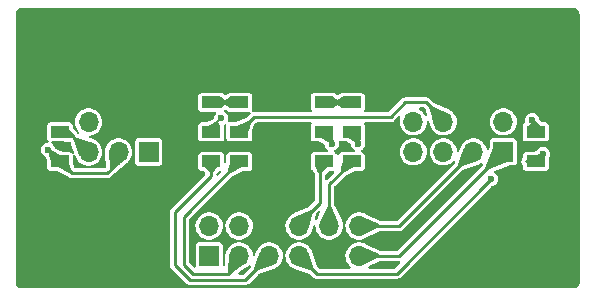
<source format=gbr>
%TF.GenerationSoftware,KiCad,Pcbnew,8.0.1*%
%TF.CreationDate,2024-06-06T08:45:56+08:00*%
%TF.ProjectId,CrazyDonkeyTarmoBoard,4372617a-7944-46f6-9e6b-65795461726d,rev?*%
%TF.SameCoordinates,Original*%
%TF.FileFunction,Copper,L1,Top*%
%TF.FilePolarity,Positive*%
%FSLAX46Y46*%
G04 Gerber Fmt 4.6, Leading zero omitted, Abs format (unit mm)*
G04 Created by KiCad (PCBNEW 8.0.1) date 2024-06-06 08:45:56*
%MOMM*%
%LPD*%
G01*
G04 APERTURE LIST*
%TA.AperFunction,SMDPad,CuDef*%
%ADD10R,1.600000X1.000000*%
%TD*%
%TA.AperFunction,ComponentPad*%
%ADD11C,0.800000*%
%TD*%
%TA.AperFunction,ComponentPad*%
%ADD12C,6.400000*%
%TD*%
%TA.AperFunction,ComponentPad*%
%ADD13R,1.700000X1.700000*%
%TD*%
%TA.AperFunction,ComponentPad*%
%ADD14O,1.700000X1.700000*%
%TD*%
%TA.AperFunction,ViaPad*%
%ADD15C,0.800000*%
%TD*%
%TA.AperFunction,ViaPad*%
%ADD16C,0.600000*%
%TD*%
%TA.AperFunction,Conductor*%
%ADD17C,0.250000*%
%TD*%
%TA.AperFunction,Conductor*%
%ADD18C,0.200000*%
%TD*%
%TA.AperFunction,Conductor*%
%ADD19C,0.300000*%
%TD*%
G04 APERTURE END LIST*
D10*
%TO.P,S6,1*%
%TO.N,GND*%
X101300000Y-79500000D03*
%TO.P,S6,2*%
%TO.N,/P2_V*%
X101300000Y-82000000D03*
%TO.P,S6,3*%
%TO.N,+5V*%
X101300000Y-84500000D03*
%TO.P,S6,5*%
%TO.N,GND*%
X103700000Y-79500000D03*
%TO.P,S6,6*%
X103700000Y-82000000D03*
%TO.P,S6,7*%
X103700000Y-84500000D03*
%TD*%
D11*
%TO.P,H1,1,1*%
%TO.N,GND*%
X99100000Y-90802944D03*
X99802944Y-89105888D03*
X99802944Y-92500000D03*
X101500000Y-88402944D03*
D12*
X101500000Y-90802944D03*
D11*
X101500000Y-93202944D03*
X103197056Y-89105888D03*
X103197056Y-92500000D03*
X103900000Y-90802944D03*
%TD*%
%TO.P,H2,1,1*%
%TO.N,GND*%
X58402944Y-90802944D03*
X59105888Y-89105888D03*
X59105888Y-92500000D03*
X60802944Y-88402944D03*
D12*
X60802944Y-90802944D03*
D11*
X60802944Y-93202944D03*
X62500000Y-89105888D03*
X62500000Y-92500000D03*
X63202944Y-90802944D03*
%TD*%
D10*
%TO.P,S3,1*%
%TO.N,/throttle_in_car*%
X85700000Y-79500000D03*
%TO.P,S3,2*%
%TO.N,/throttle_in*%
X85700000Y-82000000D03*
%TO.P,S3,3*%
%TO.N,/GPIO15{slash}RXD0*%
X85700000Y-84500000D03*
%TO.P,S3,5*%
%TO.N,GND*%
X88100000Y-79500000D03*
%TO.P,S3,6*%
X88100000Y-82000000D03*
%TO.P,S3,7*%
X88100000Y-84500000D03*
%TD*%
%TO.P,S2,1*%
%TO.N,/sterring_in_car*%
X76200000Y-79500000D03*
%TO.P,S2,2*%
%TO.N,/sterring_out*%
X76200000Y-82000000D03*
%TO.P,S2,3*%
%TO.N,/GPIO2{slash}SDA1*%
X76200000Y-84500000D03*
%TO.P,S2,5*%
%TO.N,GND*%
X78600000Y-79500000D03*
%TO.P,S2,6*%
X78600000Y-82000000D03*
%TO.P,S2,7*%
X78600000Y-84500000D03*
%TD*%
%TO.P,S5,1*%
%TO.N,GND*%
X58600000Y-79500000D03*
%TO.P,S5,2*%
X58600000Y-82000000D03*
%TO.P,S5,3*%
X58600000Y-84500000D03*
%TO.P,S5,5*%
X61000000Y-79500000D03*
%TO.P,S5,6*%
%TO.N,/P1_V*%
X61000000Y-82000000D03*
%TO.P,S5,7*%
%TO.N,+5V*%
X61000000Y-84500000D03*
%TD*%
D13*
%TO.P,J3,1,Pin_1*%
%TO.N,unconnected-(J3-Pin_1-Pad1)*%
X73630000Y-92500000D03*
D14*
%TO.P,J3,2,Pin_2*%
%TO.N,+5V*%
X73630000Y-89960000D03*
%TO.P,J3,3,Pin_3*%
%TO.N,/GPIO2{slash}SDA1*%
X76170000Y-92500000D03*
%TO.P,J3,4,Pin_4*%
%TO.N,+5V*%
X76170000Y-89960000D03*
%TO.P,J3,5,Pin_5*%
%TO.N,/GPIO3{slash}SCL1*%
X78710000Y-92500000D03*
%TO.P,J3,6,Pin_6*%
%TO.N,GND*%
X78710000Y-89960000D03*
%TO.P,J3,7,Pin_7*%
%TO.N,/GPIO4{slash}GPCLK0*%
X81250000Y-92500000D03*
%TO.P,J3,8,Pin_8*%
%TO.N,/GPIO14{slash}TXD0*%
X81250000Y-89960000D03*
%TO.P,J3,9,Pin_9*%
%TO.N,GND*%
X83790000Y-92500000D03*
%TO.P,J3,10,Pin_10*%
%TO.N,/GPIO15{slash}RXD0*%
X83790000Y-89960000D03*
%TO.P,J3,11,Pin_11*%
%TO.N,/GPIO17*%
X86330000Y-92500000D03*
%TO.P,J3,12,Pin_12*%
%TO.N,/GPIO18*%
X86330000Y-89960000D03*
%TD*%
D10*
%TO.P,S1,1*%
%TO.N,GND*%
X71400000Y-79500000D03*
%TO.P,S1,2*%
X71400000Y-82000000D03*
%TO.P,S1,3*%
X71400000Y-84500000D03*
%TO.P,S1,5*%
%TO.N,/sterring_in_car*%
X73800000Y-79500000D03*
%TO.P,S1,6*%
%TO.N,/steering_in*%
X73800000Y-82000000D03*
%TO.P,S1,7*%
%TO.N,/GPIO3{slash}SCL1*%
X73800000Y-84500000D03*
%TD*%
%TO.P,S4,1*%
%TO.N,GND*%
X80950000Y-79500000D03*
%TO.P,S4,2*%
X80950000Y-82000000D03*
%TO.P,S4,3*%
X80950000Y-84500000D03*
%TO.P,S4,5*%
%TO.N,/throttle_in_car*%
X83350000Y-79500000D03*
%TO.P,S4,6*%
%TO.N,/throttle_out*%
X83350000Y-82000000D03*
%TO.P,S4,7*%
%TO.N,/GPIO14{slash}TXD0*%
X83350000Y-84500000D03*
%TD*%
D13*
%TO.P,J4,1,Pin_1*%
%TO.N,/GPIO17*%
X98540000Y-83690000D03*
D14*
%TO.P,J4,2,Pin_2*%
%TO.N,/GPIO4{slash}GPCLK0*%
X98540000Y-81150000D03*
%TO.P,J4,3,Pin_3*%
%TO.N,/GPIO18*%
X96000000Y-83690000D03*
%TO.P,J4,4,Pin_4*%
%TO.N,GND*%
X96000000Y-81150000D03*
%TO.P,J4,5,Pin_5*%
%TO.N,/throttle_out*%
X93460000Y-83690000D03*
%TO.P,J4,6,Pin_6*%
%TO.N,/sterring_out*%
X93460000Y-81150000D03*
%TO.P,J4,7,Pin_7*%
%TO.N,/throttle_in*%
X90920000Y-83690000D03*
%TO.P,J4,8,Pin_8*%
%TO.N,/steering_in*%
X90920000Y-81150000D03*
%TD*%
D13*
%TO.P,J2,1,Pin_1*%
%TO.N,+5V*%
X68500000Y-83700000D03*
D14*
%TO.P,J2,2,Pin_2*%
%TO.N,GND*%
X68500000Y-81160000D03*
%TO.P,J2,3,Pin_3*%
%TO.N,+5V*%
X65960000Y-83700000D03*
%TO.P,J2,4,Pin_4*%
%TO.N,GND*%
X65960000Y-81160000D03*
%TO.P,J2,5,Pin_5*%
%TO.N,/P1_V*%
X63420000Y-83700000D03*
%TO.P,J2,6,Pin_6*%
%TO.N,/P2_V*%
X63420000Y-81160000D03*
%TD*%
D15*
%TO.N,GND*%
X87000000Y-78000000D03*
X65500000Y-94000000D03*
X62330000Y-75930000D03*
X100000000Y-74500000D03*
X72000000Y-85500000D03*
X62500000Y-78000000D03*
X73000000Y-78000000D03*
X93500000Y-78000000D03*
X65000000Y-78000000D03*
X89000000Y-91000000D03*
X96000000Y-89000000D03*
X65500000Y-90000000D03*
X90000000Y-86000000D03*
X89225000Y-82150000D03*
X65000000Y-75000000D03*
X81000000Y-86000000D03*
X79775000Y-83200000D03*
X77500000Y-78000000D03*
X89500000Y-88500000D03*
X100000000Y-78000000D03*
X103500000Y-78000000D03*
X58500000Y-78000000D03*
X83000000Y-78000000D03*
X67000000Y-94000000D03*
X80000000Y-94500000D03*
D16*
%TO.N,+5V*%
X60000000Y-83500000D03*
X101900000Y-83900000D03*
%TO.N,/GPIO4{slash}GPCLK0*%
X97500000Y-86000000D03*
%TO.N,/steering_in*%
X74662500Y-80837500D03*
%TO.N,/throttle_in*%
X86250000Y-83000000D03*
%TO.N,/throttle_out*%
X84000000Y-83000000D03*
%TO.N,/P2_V*%
X101000000Y-81000000D03*
%TD*%
D17*
%TO.N,/GPIO3{slash}SCL1*%
X70750000Y-93250000D02*
X70750000Y-88750000D01*
X70750000Y-88750000D02*
X73800000Y-85700000D01*
X76710000Y-94500000D02*
X72000000Y-94500000D01*
X72000000Y-94500000D02*
X70750000Y-93250000D01*
X73800000Y-85700000D02*
X73800000Y-84500000D01*
X78710000Y-92500000D02*
X76710000Y-94500000D01*
%TO.N,+5V*%
X100500000Y-84500000D02*
X101300000Y-84500000D01*
X61000000Y-84500000D02*
X60000000Y-83500000D01*
X101900000Y-83900000D02*
X101300000Y-84500000D01*
X65000000Y-85500000D02*
X62000000Y-85500000D01*
X65960000Y-84540000D02*
X65000000Y-85500000D01*
X65960000Y-83700000D02*
X65960000Y-84540000D01*
X62000000Y-85500000D02*
X61000000Y-84500000D01*
%TO.N,/GPIO14{slash}TXD0*%
X83000000Y-88000000D02*
X83000000Y-84850000D01*
X81250000Y-89960000D02*
X81540000Y-89960000D01*
X81330000Y-89670000D02*
X83000000Y-88000000D01*
X81540000Y-89960000D02*
X81250000Y-89670000D01*
X81250000Y-89670000D02*
X81330000Y-89670000D01*
X83000000Y-84850000D02*
X83350000Y-84500000D01*
%TO.N,/GPIO4{slash}GPCLK0*%
X82750000Y-94000000D02*
X81250000Y-92500000D01*
X89500000Y-94000000D02*
X82750000Y-94000000D01*
X97500000Y-86000000D02*
X89500000Y-94000000D01*
%TO.N,/GPIO2{slash}SDA1*%
X76000000Y-84500000D02*
X76200000Y-84500000D01*
X71500000Y-89200000D02*
X76200000Y-84500000D01*
X76170000Y-92500000D02*
X76170000Y-93080000D01*
X72250000Y-94000000D02*
X71500000Y-93250000D01*
X71500000Y-93250000D02*
X71500000Y-89200000D01*
X76170000Y-93080000D02*
X75250000Y-94000000D01*
X75250000Y-94000000D02*
X72250000Y-94000000D01*
%TO.N,/GPIO15{slash}RXD0*%
X85700000Y-84500000D02*
X85700000Y-84550000D01*
X85700000Y-84550000D02*
X83800000Y-86450000D01*
X83800000Y-86450000D02*
X83800000Y-87336396D01*
X83790000Y-87346396D02*
X83790000Y-89960000D01*
X83800000Y-87336396D02*
X83790000Y-87346396D01*
D18*
%TO.N,/steering_in*%
X73800000Y-81700000D02*
X73800000Y-82000000D01*
X74662500Y-80837500D02*
X73800000Y-81700000D01*
D19*
%TO.N,/sterring_in_car*%
X73800000Y-79500000D02*
X76200000Y-79500000D01*
%TO.N,/throttle_in_car*%
X85700000Y-79500000D02*
X83350000Y-79500000D01*
D17*
%TO.N,/throttle_in*%
X86250000Y-82550000D02*
X85700000Y-82000000D01*
X86250000Y-83000000D02*
X86250000Y-82550000D01*
%TO.N,/throttle_out*%
X84000000Y-83000000D02*
X84000000Y-82650000D01*
X84000000Y-82650000D02*
X83350000Y-82000000D01*
%TO.N,/sterring_out*%
X89000000Y-80750000D02*
X77450000Y-80750000D01*
X93090000Y-80590000D02*
X92000000Y-79500000D01*
X92000000Y-79500000D02*
X90250000Y-79500000D01*
X77450000Y-80750000D02*
X76200000Y-82000000D01*
X90250000Y-79500000D02*
X89000000Y-80750000D01*
X93090000Y-81150000D02*
X93090000Y-80590000D01*
%TO.N,/GPIO18*%
X86330000Y-89960000D02*
X89730000Y-89960000D01*
X89730000Y-89960000D02*
X96000000Y-83690000D01*
%TO.N,/GPIO17*%
X89730000Y-92500000D02*
X98540000Y-83690000D01*
X86330000Y-92500000D02*
X89730000Y-92500000D01*
%TO.N,/P1_V*%
X63420000Y-83700000D02*
X61720000Y-82000000D01*
X61720000Y-82000000D02*
X61000000Y-82000000D01*
%TO.N,/P2_V*%
X101300000Y-81300000D02*
X101000000Y-81000000D01*
X101300000Y-82000000D02*
X101300000Y-81300000D01*
%TD*%
%TA.AperFunction,Conductor*%
%TO.N,/GPIO14{slash}TXD0*%
G36*
X82243510Y-88591119D02*
G01*
X82409905Y-88757514D01*
X82413332Y-88765787D01*
X82412985Y-88768614D01*
X82038576Y-90272115D01*
X82033252Y-90279315D01*
X82024396Y-90280641D01*
X82022757Y-90280102D01*
X81253785Y-89962562D01*
X81247447Y-89956238D01*
X80929051Y-89185192D01*
X80929060Y-89176239D01*
X80935074Y-89170054D01*
X82230449Y-88588717D01*
X82239398Y-88588457D01*
X82243510Y-88591119D01*
G37*
%TD.AperFunction*%
%TD*%
%TA.AperFunction,Conductor*%
%TO.N,/GPIO2{slash}SDA1*%
G36*
X76171148Y-92502719D02*
G01*
X76173696Y-92506533D01*
X76491617Y-93276425D01*
X76491608Y-93285380D01*
X76487297Y-93290624D01*
X75440125Y-93989307D01*
X75431341Y-93991048D01*
X75425358Y-93987847D01*
X75259033Y-93821522D01*
X75255606Y-93813249D01*
X75255618Y-93812718D01*
X75319454Y-92511115D01*
X75323282Y-92503022D01*
X75331128Y-92499990D01*
X76162873Y-92499299D01*
X76171148Y-92502719D01*
G37*
%TD.AperFunction*%
%TD*%
%TA.AperFunction,Conductor*%
%TO.N,/sterring_out*%
G36*
X92467523Y-79786637D02*
G01*
X92852410Y-79955477D01*
X93774797Y-80360103D01*
X93780997Y-80366564D01*
X93780911Y-80375283D01*
X93462562Y-81146214D01*
X93456237Y-81152553D01*
X93456214Y-81152562D01*
X92687133Y-81470147D01*
X92678178Y-81470138D01*
X92671853Y-81463799D01*
X92671339Y-81462259D01*
X92387890Y-80364702D01*
X92285098Y-79966674D01*
X92286347Y-79957808D01*
X92288149Y-79955481D01*
X92454552Y-79789078D01*
X92462824Y-79785652D01*
X92467523Y-79786637D01*
G37*
%TD.AperFunction*%
%TD*%
%TA.AperFunction,Conductor*%
%TO.N,/GPIO15{slash}RXD0*%
G36*
X85700470Y-84502795D02*
G01*
X85704275Y-84507590D01*
X85911576Y-84989642D01*
X85911697Y-84998596D01*
X85905844Y-85004834D01*
X84992289Y-85438403D01*
X84983346Y-85438854D01*
X84979000Y-85436106D01*
X84812194Y-85269300D01*
X84808767Y-85261027D01*
X84808883Y-85259383D01*
X84898771Y-84628973D01*
X84903332Y-84621269D01*
X84908601Y-84619059D01*
X85691778Y-84500643D01*
X85700470Y-84502795D01*
G37*
%TD.AperFunction*%
%TD*%
%TA.AperFunction,Conductor*%
%TO.N,/sterring_in_car*%
G36*
X75406564Y-79004098D02*
G01*
X76185100Y-79490075D01*
X76190304Y-79497363D01*
X76188830Y-79506195D01*
X76185100Y-79509925D01*
X75406564Y-79995901D01*
X75397732Y-79997375D01*
X75393659Y-79995561D01*
X74904990Y-79653493D01*
X74900178Y-79645941D01*
X74900000Y-79643908D01*
X74900000Y-79356092D01*
X74903427Y-79347819D01*
X74904990Y-79346507D01*
X75393660Y-79004437D01*
X75402402Y-79002501D01*
X75406564Y-79004098D01*
G37*
%TD.AperFunction*%
%TD*%
%TA.AperFunction,Conductor*%
%TO.N,/steering_in*%
G36*
X74289115Y-81082009D02*
G01*
X74423309Y-81216203D01*
X74424974Y-81218301D01*
X74593843Y-81490090D01*
X74595298Y-81498926D01*
X74590108Y-81506185D01*
X73809853Y-81994103D01*
X73801022Y-81995584D01*
X73793730Y-81990386D01*
X73793362Y-81989755D01*
X73533624Y-81510127D01*
X73532697Y-81501220D01*
X73538178Y-81494356D01*
X74275109Y-81080082D01*
X74284000Y-81079016D01*
X74289115Y-81082009D01*
G37*
%TD.AperFunction*%
%TD*%
%TA.AperFunction,Conductor*%
%TO.N,+5V*%
G36*
X65964122Y-83702717D02*
G01*
X65964139Y-83702734D01*
X66552011Y-84291990D01*
X66555428Y-84300267D01*
X66551991Y-84308536D01*
X66551226Y-84309234D01*
X65447216Y-85230916D01*
X65438669Y-85233588D01*
X65431445Y-85230208D01*
X65265128Y-85063891D01*
X65261774Y-85056919D01*
X65111452Y-83712987D01*
X65113937Y-83704387D01*
X65121778Y-83700062D01*
X65123066Y-83699989D01*
X65955846Y-83699297D01*
X65964122Y-83702717D01*
G37*
%TD.AperFunction*%
%TD*%
%TA.AperFunction,Conductor*%
%TO.N,+5V*%
G36*
X101813989Y-83814531D02*
G01*
X101816357Y-83816358D01*
X102088525Y-84088526D01*
X102091952Y-84096799D01*
X102088525Y-84105072D01*
X102085488Y-84107262D01*
X101310549Y-84495074D01*
X101301617Y-84495712D01*
X101294850Y-84489847D01*
X101294496Y-84489070D01*
X101132795Y-84096799D01*
X101097996Y-84012379D01*
X101098011Y-84003426D01*
X101104354Y-83997105D01*
X101105835Y-83996607D01*
X101805119Y-83813313D01*
X101813989Y-83814531D01*
G37*
%TD.AperFunction*%
%TD*%
%TA.AperFunction,Conductor*%
%TO.N,/sterring_in_car*%
G36*
X74606340Y-79004438D02*
G01*
X75095010Y-79346507D01*
X75099822Y-79354059D01*
X75100000Y-79356092D01*
X75100000Y-79643908D01*
X75096573Y-79652181D01*
X75095009Y-79653493D01*
X74606339Y-79995561D01*
X74597597Y-79997498D01*
X74593435Y-79995901D01*
X74039300Y-79650000D01*
X73814898Y-79509924D01*
X73809695Y-79502637D01*
X73811169Y-79493805D01*
X73814897Y-79490076D01*
X74593435Y-79004097D01*
X74602267Y-79002624D01*
X74606340Y-79004438D01*
G37*
%TD.AperFunction*%
%TD*%
%TA.AperFunction,Conductor*%
%TO.N,/GPIO3{slash}SCL1*%
G36*
X77936106Y-92179428D02*
G01*
X78706215Y-92497438D01*
X78712552Y-92503761D01*
X78712562Y-92503785D01*
X79030567Y-93273883D01*
X79030558Y-93282838D01*
X79024219Y-93289163D01*
X79023629Y-93289388D01*
X77603251Y-93788031D01*
X77594309Y-93787539D01*
X77591102Y-93785265D01*
X77424734Y-93618897D01*
X77421307Y-93610624D01*
X77421968Y-93606748D01*
X77533461Y-93289163D01*
X77920612Y-92186368D01*
X77926584Y-92179699D01*
X77935526Y-92179207D01*
X77936106Y-92179428D01*
G37*
%TD.AperFunction*%
%TD*%
%TA.AperFunction,Conductor*%
%TO.N,/GPIO17*%
G36*
X86665836Y-91719791D02*
G01*
X86666413Y-91720049D01*
X88023366Y-92371814D01*
X88029339Y-92378484D01*
X88030000Y-92382360D01*
X88030000Y-92617639D01*
X88026573Y-92625912D01*
X88023366Y-92628186D01*
X86666413Y-93279950D01*
X86657471Y-93280442D01*
X86650800Y-93274469D01*
X86650542Y-93273892D01*
X86330865Y-92504489D01*
X86330856Y-92495534D01*
X86330865Y-92495511D01*
X86650542Y-91726107D01*
X86656881Y-91719782D01*
X86665836Y-91719791D01*
G37*
%TD.AperFunction*%
%TD*%
%TA.AperFunction,Conductor*%
%TO.N,/GPIO17*%
G36*
X97700849Y-83342399D02*
G01*
X98536216Y-83687438D01*
X98542553Y-83693763D01*
X98542562Y-83693784D01*
X98887573Y-84529083D01*
X98887564Y-84538038D01*
X98881226Y-84544364D01*
X98881124Y-84544405D01*
X97184520Y-85226545D01*
X97175565Y-85226452D01*
X97171882Y-85223963D01*
X97006036Y-85058117D01*
X97002609Y-85049844D01*
X97003453Y-85045483D01*
X97685595Y-83348873D01*
X97691859Y-83342478D01*
X97700814Y-83342385D01*
X97700849Y-83342399D01*
G37*
%TD.AperFunction*%
%TD*%
%TA.AperFunction,Conductor*%
%TO.N,/GPIO4{slash}GPCLK0*%
G36*
X82032838Y-92179441D02*
G01*
X82039163Y-92185780D01*
X82039388Y-92186370D01*
X82538031Y-93606748D01*
X82537539Y-93615690D01*
X82535265Y-93618897D01*
X82368897Y-93785265D01*
X82360624Y-93788692D01*
X82356748Y-93788031D01*
X80936370Y-93289388D01*
X80929699Y-93283415D01*
X80929207Y-93274473D01*
X80929423Y-93273905D01*
X81247438Y-92503783D01*
X81253759Y-92497448D01*
X82023884Y-92179432D01*
X82032838Y-92179441D01*
G37*
%TD.AperFunction*%
%TD*%
%TA.AperFunction,Conductor*%
%TO.N,/P1_V*%
G36*
X61801199Y-81769541D02*
G01*
X61804866Y-81772696D01*
X62235729Y-82337029D01*
X62238026Y-82345684D01*
X62234703Y-82352402D01*
X62068684Y-82518421D01*
X62060411Y-82521848D01*
X62060189Y-82521846D01*
X60923924Y-82500260D01*
X60915717Y-82496677D01*
X60912448Y-82488340D01*
X60912625Y-82486525D01*
X60998020Y-82006445D01*
X61002843Y-81998902D01*
X61006264Y-81997264D01*
X61792300Y-81768562D01*
X61801199Y-81769541D01*
G37*
%TD.AperFunction*%
%TD*%
%TA.AperFunction,Conductor*%
%TO.N,/throttle_in_car*%
G36*
X84906564Y-79004098D02*
G01*
X85685100Y-79490075D01*
X85690304Y-79497363D01*
X85688830Y-79506195D01*
X85685100Y-79509925D01*
X84906564Y-79995901D01*
X84897732Y-79997375D01*
X84893659Y-79995561D01*
X84404990Y-79653493D01*
X84400178Y-79645941D01*
X84400000Y-79643908D01*
X84400000Y-79356092D01*
X84403427Y-79347819D01*
X84404990Y-79346507D01*
X84893660Y-79004437D01*
X84902402Y-79002501D01*
X84906564Y-79004098D01*
G37*
%TD.AperFunction*%
%TD*%
%TA.AperFunction,Conductor*%
%TO.N,/throttle_in*%
G36*
X86237910Y-82366504D02*
G01*
X86239860Y-82369086D01*
X86520795Y-82873755D01*
X86521825Y-82882651D01*
X86516263Y-82889669D01*
X86515083Y-82890242D01*
X86255206Y-82998827D01*
X86246251Y-82998854D01*
X86246204Y-82998835D01*
X85982001Y-82889004D01*
X85975677Y-82882664D01*
X85975101Y-82875530D01*
X86054785Y-82535568D01*
X86057901Y-82529967D01*
X86221365Y-82366503D01*
X86229637Y-82363077D01*
X86237910Y-82366504D01*
G37*
%TD.AperFunction*%
%TD*%
%TA.AperFunction,Conductor*%
%TO.N,/GPIO15{slash}RXD0*%
G36*
X83915912Y-88263427D02*
G01*
X83918186Y-88266634D01*
X84569950Y-89623586D01*
X84570442Y-89632528D01*
X84564469Y-89639199D01*
X84563892Y-89639457D01*
X83794489Y-89959134D01*
X83785534Y-89959143D01*
X83785511Y-89959134D01*
X83016107Y-89639457D01*
X83009782Y-89633118D01*
X83009791Y-89624163D01*
X83010049Y-89623586D01*
X83661814Y-88266634D01*
X83668485Y-88260661D01*
X83672361Y-88260000D01*
X83907639Y-88260000D01*
X83915912Y-88263427D01*
G37*
%TD.AperFunction*%
%TD*%
%TA.AperFunction,Conductor*%
%TO.N,/throttle_in_car*%
G36*
X84156340Y-79004438D02*
G01*
X84645010Y-79346507D01*
X84649822Y-79354059D01*
X84650000Y-79356092D01*
X84650000Y-79643908D01*
X84646573Y-79652181D01*
X84645009Y-79653493D01*
X84156339Y-79995561D01*
X84147597Y-79997498D01*
X84143435Y-79995901D01*
X83589300Y-79650000D01*
X83364898Y-79509924D01*
X83359695Y-79502637D01*
X83361169Y-79493805D01*
X83364897Y-79490076D01*
X84143435Y-79004097D01*
X84152267Y-79002624D01*
X84156340Y-79004438D01*
G37*
%TD.AperFunction*%
%TD*%
%TA.AperFunction,Conductor*%
%TO.N,+5V*%
G36*
X61791648Y-84591917D02*
G01*
X61799467Y-84596281D01*
X61801737Y-84601121D01*
X61940630Y-85258960D01*
X61938986Y-85267763D01*
X61937455Y-85269650D01*
X61770897Y-85436208D01*
X61762624Y-85439635D01*
X61757784Y-85438586D01*
X60803171Y-85004671D01*
X60797058Y-84998129D01*
X60797195Y-84989563D01*
X60995917Y-84507481D01*
X61002237Y-84501140D01*
X61008089Y-84500321D01*
X61791648Y-84591917D01*
G37*
%TD.AperFunction*%
%TD*%
%TA.AperFunction,Conductor*%
%TO.N,/GPIO2{slash}SDA1*%
G36*
X76200523Y-84502764D02*
G01*
X76204083Y-84507483D01*
X76402803Y-84989562D01*
X76402788Y-84998517D01*
X76396827Y-85004672D01*
X75442216Y-85438586D01*
X75433267Y-85438890D01*
X75429102Y-85436208D01*
X75262544Y-85269650D01*
X75259117Y-85261377D01*
X75259369Y-85258960D01*
X75398263Y-84601118D01*
X75403324Y-84593734D01*
X75408349Y-84591917D01*
X76191909Y-84500321D01*
X76200523Y-84502764D01*
G37*
%TD.AperFunction*%
%TD*%
%TA.AperFunction,Conductor*%
%TO.N,/sterring_out*%
G36*
X76970897Y-81063791D02*
G01*
X77137455Y-81230349D01*
X77140882Y-81238622D01*
X77140630Y-81241039D01*
X77001737Y-81898878D01*
X76996675Y-81906265D01*
X76991647Y-81908082D01*
X76208091Y-81999678D01*
X76199476Y-81997235D01*
X76195917Y-81992517D01*
X75997196Y-81510436D01*
X75997211Y-81501482D01*
X76003169Y-81495329D01*
X76957786Y-81061412D01*
X76966732Y-81061109D01*
X76970897Y-81063791D01*
G37*
%TD.AperFunction*%
%TD*%
%TA.AperFunction,Conductor*%
%TO.N,/GPIO3{slash}SCL1*%
G36*
X73808264Y-84507280D02*
G01*
X74115641Y-84815272D01*
X74292838Y-84992824D01*
X74296257Y-85001101D01*
X74293917Y-85008109D01*
X73928510Y-85495320D01*
X73920805Y-85499882D01*
X73919150Y-85500000D01*
X73680850Y-85500000D01*
X73672577Y-85496573D01*
X73671490Y-85495320D01*
X73306082Y-85008109D01*
X73303860Y-84999434D01*
X73307160Y-84992825D01*
X73791719Y-84507296D01*
X73799988Y-84503862D01*
X73808264Y-84507280D01*
G37*
%TD.AperFunction*%
%TD*%
%TA.AperFunction,Conductor*%
%TO.N,/P1_V*%
G36*
X62313251Y-82411968D02*
G01*
X62795027Y-82581102D01*
X63733629Y-82910611D01*
X63740300Y-82916584D01*
X63740792Y-82925526D01*
X63740567Y-82926116D01*
X63422562Y-83696214D01*
X63416237Y-83702553D01*
X63416214Y-83702562D01*
X62646116Y-84020567D01*
X62637161Y-84020558D01*
X62630836Y-84014219D01*
X62630611Y-84013629D01*
X62520755Y-83700707D01*
X62244818Y-82914702D01*
X62131968Y-82593251D01*
X62132460Y-82584309D01*
X62134731Y-82581105D01*
X62301103Y-82414733D01*
X62309375Y-82411307D01*
X62313251Y-82411968D01*
G37*
%TD.AperFunction*%
%TD*%
%TA.AperFunction,Conductor*%
%TO.N,/throttle_out*%
G36*
X83359929Y-82005261D02*
G01*
X83360728Y-82005718D01*
X84144134Y-82496326D01*
X84149327Y-82503621D01*
X84149605Y-82506909D01*
X84125630Y-82926835D01*
X84121737Y-82934899D01*
X84113949Y-82937868D01*
X83878038Y-82937868D01*
X83872346Y-82936390D01*
X83098664Y-82505538D01*
X83093103Y-82498519D01*
X83093981Y-82489908D01*
X83344146Y-82010223D01*
X83351009Y-82004474D01*
X83359929Y-82005261D01*
G37*
%TD.AperFunction*%
%TD*%
%TA.AperFunction,Conductor*%
%TO.N,/GPIO14{slash}TXD0*%
G36*
X83356757Y-84508550D02*
G01*
X83356772Y-84508570D01*
X83698370Y-84991325D01*
X83700351Y-85000058D01*
X83696462Y-85006941D01*
X83128294Y-85497158D01*
X83120651Y-85500000D01*
X82882498Y-85500000D01*
X82874225Y-85496573D01*
X82871868Y-85493187D01*
X82858719Y-85464585D01*
X82649189Y-85008805D01*
X82648847Y-84999859D01*
X82653040Y-84994385D01*
X83340444Y-84505791D01*
X83349171Y-84503792D01*
X83356757Y-84508550D01*
G37*
%TD.AperFunction*%
%TD*%
%TA.AperFunction,Conductor*%
%TO.N,/throttle_in*%
G36*
X85709917Y-82005218D02*
G01*
X85710232Y-82005408D01*
X86492721Y-82495441D01*
X86497914Y-82502736D01*
X86497832Y-82508310D01*
X86377281Y-82970543D01*
X86371878Y-82977683D01*
X86365960Y-82979290D01*
X86128550Y-82979290D01*
X86122049Y-82977318D01*
X85420205Y-82508310D01*
X85416919Y-82506114D01*
X85411946Y-82498669D01*
X85413314Y-82490494D01*
X85693917Y-82009427D01*
X85701044Y-82004009D01*
X85709917Y-82005218D01*
G37*
%TD.AperFunction*%
%TD*%
%TA.AperFunction,Conductor*%
%TO.N,+5V*%
G36*
X60242211Y-83561412D02*
G01*
X61196828Y-83995328D01*
X61202941Y-84001870D01*
X61202803Y-84010437D01*
X61004083Y-84492516D01*
X60997762Y-84498859D01*
X60991908Y-84499678D01*
X60208352Y-84408082D01*
X60200532Y-84403718D01*
X60198263Y-84398880D01*
X60059369Y-83741039D01*
X60061013Y-83732236D01*
X60062539Y-83730354D01*
X60229103Y-83563790D01*
X60237375Y-83560364D01*
X60242211Y-83561412D01*
G37*
%TD.AperFunction*%
%TD*%
%TA.AperFunction,Conductor*%
%TO.N,/GPIO18*%
G36*
X95226106Y-83369428D02*
G01*
X95996215Y-83687438D01*
X96002552Y-83693761D01*
X96002562Y-83693785D01*
X96320567Y-84463883D01*
X96320558Y-84472838D01*
X96314219Y-84479163D01*
X96313629Y-84479388D01*
X94893251Y-84978031D01*
X94884309Y-84977539D01*
X94881102Y-84975265D01*
X94714734Y-84808897D01*
X94711307Y-84800624D01*
X94711968Y-84796748D01*
X94823461Y-84479163D01*
X95210612Y-83376368D01*
X95216584Y-83369699D01*
X95225526Y-83369207D01*
X95226106Y-83369428D01*
G37*
%TD.AperFunction*%
%TD*%
%TA.AperFunction,Conductor*%
%TO.N,/P2_V*%
G36*
X101184526Y-81007423D02*
G01*
X101689703Y-81492633D01*
X101693296Y-81500835D01*
X101690769Y-81508336D01*
X101307983Y-81991522D01*
X101300159Y-81995879D01*
X101291547Y-81993428D01*
X101291533Y-81993417D01*
X100680901Y-81508224D01*
X100676556Y-81500395D01*
X100679020Y-81491785D01*
X100679960Y-81490738D01*
X100999480Y-81176257D01*
X101168149Y-81007587D01*
X101176421Y-81004161D01*
X101184526Y-81007423D01*
G37*
%TD.AperFunction*%
%TD*%
%TA.AperFunction,Conductor*%
%TO.N,/GPIO18*%
G36*
X86665836Y-89179791D02*
G01*
X86666413Y-89180049D01*
X88023366Y-89831814D01*
X88029339Y-89838484D01*
X88030000Y-89842360D01*
X88030000Y-90077639D01*
X88026573Y-90085912D01*
X88023366Y-90088186D01*
X86666413Y-90739950D01*
X86657471Y-90740442D01*
X86650800Y-90734469D01*
X86650542Y-90733892D01*
X86330865Y-89964489D01*
X86330856Y-89955534D01*
X86330865Y-89955511D01*
X86650542Y-89186107D01*
X86656881Y-89179782D01*
X86665836Y-89179791D01*
G37*
%TD.AperFunction*%
%TD*%
%TA.AperFunction,Conductor*%
%TO.N,GND*%
G36*
X104505512Y-71501121D02*
G01*
X104600073Y-71511775D01*
X104621669Y-71516705D01*
X104706202Y-71546283D01*
X104726168Y-71555899D01*
X104764079Y-71579720D01*
X104801987Y-71603540D01*
X104819319Y-71617361D01*
X104882638Y-71680680D01*
X104896459Y-71698012D01*
X104944098Y-71773828D01*
X104953718Y-71793803D01*
X104983293Y-71878326D01*
X104988225Y-71899938D01*
X104998877Y-71994470D01*
X104999500Y-72005555D01*
X104999500Y-94744444D01*
X104998877Y-94755529D01*
X104988225Y-94850061D01*
X104983293Y-94871673D01*
X104953718Y-94956196D01*
X104944098Y-94976171D01*
X104896459Y-95051987D01*
X104882638Y-95069319D01*
X104819319Y-95132638D01*
X104801987Y-95146459D01*
X104726171Y-95194098D01*
X104706196Y-95203718D01*
X104621673Y-95233293D01*
X104600061Y-95238225D01*
X104505529Y-95248877D01*
X104494444Y-95249500D01*
X57755556Y-95249500D01*
X57744471Y-95248877D01*
X57649938Y-95238225D01*
X57628326Y-95233293D01*
X57543803Y-95203718D01*
X57523828Y-95194098D01*
X57448012Y-95146459D01*
X57430680Y-95132638D01*
X57367361Y-95069319D01*
X57353540Y-95051987D01*
X57305901Y-94976171D01*
X57296283Y-94956202D01*
X57266705Y-94871669D01*
X57261775Y-94850073D01*
X57251121Y-94755512D01*
X57250500Y-94744444D01*
X57250500Y-93306018D01*
X70324500Y-93306018D01*
X70327349Y-93316650D01*
X70353498Y-93414241D01*
X70406530Y-93506093D01*
X70409515Y-93511263D01*
X71738737Y-94840485D01*
X71755323Y-94850061D01*
X71835759Y-94896501D01*
X71835757Y-94896501D01*
X71835761Y-94896502D01*
X71835763Y-94896503D01*
X71943982Y-94925500D01*
X71943984Y-94925500D01*
X76766016Y-94925500D01*
X76766018Y-94925500D01*
X76874237Y-94896503D01*
X76874239Y-94896501D01*
X76874241Y-94896501D01*
X76917244Y-94871673D01*
X76971263Y-94840485D01*
X77736306Y-94075440D01*
X77773513Y-94052036D01*
X79124824Y-93577641D01*
X79132486Y-93574836D01*
X79133076Y-93574611D01*
X79133077Y-93574610D01*
X79133089Y-93574606D01*
X79140795Y-93571442D01*
X79147308Y-93568769D01*
X79152624Y-93565135D01*
X79172710Y-93554561D01*
X79225019Y-93534298D01*
X79406302Y-93422052D01*
X79563872Y-93278407D01*
X79692366Y-93108255D01*
X79787405Y-92917389D01*
X79845756Y-92712310D01*
X79865429Y-92500000D01*
X80094571Y-92500000D01*
X80114244Y-92712310D01*
X80172595Y-92917389D01*
X80267634Y-93108255D01*
X80396128Y-93278407D01*
X80426416Y-93306018D01*
X80553692Y-93422047D01*
X80553699Y-93422053D01*
X80577008Y-93436485D01*
X80734981Y-93534298D01*
X80792547Y-93556599D01*
X80804070Y-93561063D01*
X80817703Y-93567581D01*
X80835175Y-93577641D01*
X82186485Y-94052036D01*
X82223696Y-94075443D01*
X82409513Y-94261260D01*
X82409515Y-94261263D01*
X82488737Y-94340485D01*
X82488739Y-94340486D01*
X82585759Y-94396501D01*
X82585757Y-94396501D01*
X82585761Y-94396502D01*
X82585763Y-94396503D01*
X82693981Y-94425500D01*
X82693982Y-94425500D01*
X82693983Y-94425500D01*
X89556016Y-94425500D01*
X89556018Y-94425500D01*
X89664237Y-94396503D01*
X89664239Y-94396501D01*
X89664241Y-94396501D01*
X89693064Y-94379859D01*
X89761263Y-94340485D01*
X97471708Y-86630038D01*
X97526223Y-86602263D01*
X97528723Y-86601900D01*
X97656762Y-86585044D01*
X97802841Y-86524536D01*
X97928282Y-86428282D01*
X98024536Y-86302841D01*
X98085044Y-86156762D01*
X98105682Y-86000000D01*
X98085044Y-85843238D01*
X98048917Y-85756019D01*
X98024537Y-85697161D01*
X98024537Y-85697160D01*
X97928286Y-85571723D01*
X97928285Y-85571722D01*
X97928282Y-85571718D01*
X97928277Y-85571714D01*
X97928276Y-85571713D01*
X97797693Y-85471514D01*
X97799384Y-85469310D01*
X97766247Y-85432461D01*
X97759889Y-85371607D01*
X97790515Y-85318638D01*
X97819777Y-85300399D01*
X98938760Y-84850500D01*
X98945861Y-84847645D01*
X98982792Y-84840499D01*
X99434861Y-84840499D01*
X99434864Y-84840499D01*
X99459991Y-84837585D01*
X99562765Y-84792206D01*
X99642206Y-84712765D01*
X99687585Y-84609991D01*
X99690500Y-84584865D01*
X99690500Y-84556018D01*
X100074500Y-84556018D01*
X100094172Y-84629435D01*
X100103498Y-84664241D01*
X100149870Y-84744558D01*
X100159515Y-84761263D01*
X100170505Y-84772253D01*
X100198281Y-84826768D01*
X100199500Y-84842255D01*
X100199500Y-85044861D01*
X100199501Y-85044864D01*
X100202414Y-85069990D01*
X100225491Y-85122254D01*
X100247794Y-85172765D01*
X100327235Y-85252206D01*
X100430009Y-85297585D01*
X100455135Y-85300500D01*
X102144864Y-85300499D01*
X102169991Y-85297585D01*
X102272765Y-85252206D01*
X102352206Y-85172765D01*
X102397585Y-85069991D01*
X102400500Y-85044865D01*
X102400499Y-84267771D01*
X102419406Y-84209581D01*
X102420960Y-84207501D01*
X102424536Y-84202841D01*
X102485044Y-84056762D01*
X102505682Y-83900000D01*
X102505158Y-83896023D01*
X102492891Y-83802841D01*
X102485044Y-83743238D01*
X102485042Y-83743233D01*
X102424537Y-83597161D01*
X102424537Y-83597160D01*
X102328286Y-83471723D01*
X102328285Y-83471722D01*
X102328282Y-83471718D01*
X102328277Y-83471714D01*
X102328276Y-83471713D01*
X102202838Y-83375462D01*
X102056766Y-83314957D01*
X102056758Y-83314955D01*
X101900001Y-83294318D01*
X101899999Y-83294318D01*
X101743241Y-83314955D01*
X101743233Y-83314957D01*
X101597161Y-83375462D01*
X101597160Y-83375462D01*
X101471723Y-83471713D01*
X101471717Y-83471719D01*
X101383664Y-83586472D01*
X101333239Y-83621127D01*
X101330224Y-83621969D01*
X101046779Y-83696265D01*
X101021677Y-83699500D01*
X100455139Y-83699500D01*
X100455136Y-83699501D01*
X100430009Y-83702414D01*
X100327235Y-83747794D01*
X100247794Y-83827235D01*
X100202414Y-83930011D01*
X100199500Y-83955130D01*
X100199500Y-84157744D01*
X100180593Y-84215935D01*
X100170506Y-84227745D01*
X100159514Y-84238736D01*
X100103498Y-84335758D01*
X100103497Y-84335763D01*
X100074500Y-84443982D01*
X100074500Y-84556018D01*
X99690500Y-84556018D01*
X99690499Y-82795136D01*
X99687585Y-82770009D01*
X99642206Y-82667235D01*
X99562765Y-82587794D01*
X99465528Y-82544860D01*
X100199500Y-82544860D01*
X100199501Y-82544863D01*
X100202414Y-82569990D01*
X100225536Y-82622356D01*
X100247794Y-82672765D01*
X100327235Y-82752206D01*
X100430009Y-82797585D01*
X100455135Y-82800500D01*
X102144864Y-82800499D01*
X102169991Y-82797585D01*
X102272765Y-82752206D01*
X102352206Y-82672765D01*
X102397585Y-82569991D01*
X102400500Y-82544865D01*
X102400499Y-81455136D01*
X102397585Y-81430009D01*
X102352206Y-81327235D01*
X102272765Y-81247794D01*
X102169991Y-81202415D01*
X102169990Y-81202414D01*
X102169988Y-81202414D01*
X102144869Y-81199500D01*
X102144865Y-81199500D01*
X101865371Y-81199500D01*
X101807180Y-81180593D01*
X101796793Y-81171900D01*
X101628966Y-81010705D01*
X101600096Y-80956762D01*
X101599396Y-80952259D01*
X101585044Y-80843238D01*
X101539221Y-80732611D01*
X101524537Y-80697161D01*
X101524537Y-80697160D01*
X101428286Y-80571723D01*
X101428285Y-80571722D01*
X101428282Y-80571718D01*
X101428277Y-80571714D01*
X101428276Y-80571713D01*
X101302838Y-80475462D01*
X101156766Y-80414957D01*
X101156758Y-80414955D01*
X101000001Y-80394318D01*
X100999999Y-80394318D01*
X100843241Y-80414955D01*
X100843233Y-80414957D01*
X100697161Y-80475462D01*
X100697160Y-80475462D01*
X100571723Y-80571713D01*
X100571713Y-80571723D01*
X100475462Y-80697160D01*
X100475462Y-80697161D01*
X100414957Y-80843233D01*
X100414955Y-80843241D01*
X100394318Y-80999999D01*
X100394318Y-81000000D01*
X100411782Y-81132658D01*
X100400632Y-81192819D01*
X100356249Y-81234936D01*
X100353619Y-81236144D01*
X100327236Y-81247793D01*
X100247794Y-81327235D01*
X100202414Y-81430011D01*
X100199500Y-81455130D01*
X100199500Y-82544860D01*
X99465528Y-82544860D01*
X99459991Y-82542415D01*
X99459990Y-82542414D01*
X99459988Y-82542414D01*
X99434868Y-82539500D01*
X97645139Y-82539500D01*
X97645136Y-82539501D01*
X97620009Y-82542414D01*
X97517235Y-82587794D01*
X97437794Y-82667235D01*
X97392414Y-82770011D01*
X97389500Y-82795130D01*
X97389500Y-83247206D01*
X97382354Y-83284137D01*
X97313609Y-83455118D01*
X97274359Y-83502055D01*
X97215016Y-83516957D01*
X97158247Y-83494133D01*
X97126534Y-83445280D01*
X97121699Y-83428286D01*
X97077405Y-83272611D01*
X96982366Y-83081745D01*
X96853872Y-82911593D01*
X96799623Y-82862139D01*
X96696307Y-82767952D01*
X96696300Y-82767946D01*
X96515024Y-82655705D01*
X96515019Y-82655702D01*
X96471741Y-82638936D01*
X96316198Y-82578679D01*
X96316197Y-82578678D01*
X96316195Y-82578678D01*
X96106610Y-82539500D01*
X95893390Y-82539500D01*
X95683804Y-82578678D01*
X95484980Y-82655702D01*
X95484975Y-82655705D01*
X95303699Y-82767946D01*
X95303692Y-82767952D01*
X95146135Y-82911586D01*
X95146131Y-82911589D01*
X95146128Y-82911593D01*
X95146125Y-82911597D01*
X95017635Y-83081743D01*
X95017630Y-83081752D01*
X94922593Y-83272613D01*
X94920572Y-83279715D01*
X94918767Y-83285399D01*
X94799274Y-83625775D01*
X94762159Y-83674418D01*
X94703541Y-83691955D01*
X94645809Y-83671688D01*
X94611017Y-83621357D01*
X94607285Y-83602121D01*
X94595756Y-83477690D01*
X94537405Y-83272611D01*
X94442366Y-83081745D01*
X94313872Y-82911593D01*
X94259623Y-82862139D01*
X94156307Y-82767952D01*
X94156300Y-82767946D01*
X93975024Y-82655705D01*
X93975019Y-82655702D01*
X93931741Y-82638936D01*
X93776198Y-82578679D01*
X93776197Y-82578678D01*
X93776195Y-82578678D01*
X93566610Y-82539500D01*
X93353390Y-82539500D01*
X93143804Y-82578678D01*
X92944980Y-82655702D01*
X92944975Y-82655705D01*
X92763699Y-82767946D01*
X92763692Y-82767952D01*
X92606135Y-82911586D01*
X92606131Y-82911589D01*
X92606128Y-82911593D01*
X92606125Y-82911597D01*
X92477635Y-83081743D01*
X92477630Y-83081752D01*
X92382596Y-83272608D01*
X92382595Y-83272611D01*
X92376419Y-83294318D01*
X92324244Y-83477688D01*
X92304571Y-83690000D01*
X92324244Y-83902311D01*
X92339275Y-83955139D01*
X92382595Y-84107389D01*
X92477634Y-84298255D01*
X92606128Y-84468407D01*
X92658068Y-84515757D01*
X92763692Y-84612047D01*
X92763699Y-84612053D01*
X92817639Y-84645451D01*
X92944981Y-84724298D01*
X93143802Y-84801321D01*
X93353390Y-84840500D01*
X93566610Y-84840500D01*
X93776198Y-84801321D01*
X93975019Y-84724298D01*
X94156302Y-84612052D01*
X94302522Y-84478753D01*
X94358260Y-84453524D01*
X94418186Y-84465876D01*
X94459407Y-84511092D01*
X94466178Y-84571901D01*
X94462627Y-84584709D01*
X94447961Y-84626485D01*
X94424554Y-84663696D01*
X89582748Y-89505504D01*
X89528231Y-89533281D01*
X89512744Y-89534500D01*
X88132515Y-89534500D01*
X88089652Y-89524740D01*
X86858578Y-88933436D01*
X86849327Y-88928369D01*
X86845022Y-88925704D01*
X86845019Y-88925702D01*
X86845017Y-88925701D01*
X86845015Y-88925700D01*
X86835477Y-88922005D01*
X86828379Y-88918931D01*
X86798666Y-88904659D01*
X86791096Y-88901149D01*
X86790544Y-88900902D01*
X86776482Y-88895031D01*
X86766604Y-88893174D01*
X86764793Y-88892834D01*
X86747322Y-88887854D01*
X86646201Y-88848680D01*
X86646199Y-88848679D01*
X86646198Y-88848679D01*
X86646194Y-88848678D01*
X86646189Y-88848677D01*
X86436610Y-88809500D01*
X86223390Y-88809500D01*
X86013804Y-88848678D01*
X85814980Y-88925702D01*
X85814975Y-88925705D01*
X85633699Y-89037946D01*
X85633692Y-89037952D01*
X85476135Y-89181586D01*
X85476131Y-89181589D01*
X85476128Y-89181593D01*
X85476125Y-89181597D01*
X85347635Y-89351743D01*
X85347630Y-89351752D01*
X85252596Y-89542608D01*
X85194244Y-89747688D01*
X85194244Y-89747690D01*
X85174571Y-89960000D01*
X85194244Y-90172310D01*
X85252595Y-90377389D01*
X85347634Y-90568255D01*
X85476128Y-90738407D01*
X85476135Y-90738413D01*
X85633692Y-90882047D01*
X85633699Y-90882053D01*
X85737389Y-90946255D01*
X85814981Y-90994298D01*
X86013802Y-91071321D01*
X86223390Y-91110500D01*
X86436610Y-91110500D01*
X86646198Y-91071321D01*
X86767673Y-91024261D01*
X86777698Y-91020981D01*
X86798683Y-91015332D01*
X86828404Y-91001055D01*
X86835470Y-90997996D01*
X86845019Y-90994298D01*
X86849326Y-90991630D01*
X86858571Y-90986565D01*
X88089654Y-90395260D01*
X88132517Y-90385500D01*
X89786016Y-90385500D01*
X89786018Y-90385500D01*
X89894237Y-90356503D01*
X89894239Y-90356501D01*
X89894241Y-90356501D01*
X89923064Y-90339859D01*
X89991263Y-90300485D01*
X95026306Y-85265440D01*
X95063513Y-85242036D01*
X96414824Y-84767641D01*
X96422486Y-84764836D01*
X96423076Y-84764611D01*
X96423077Y-84764610D01*
X96423089Y-84764606D01*
X96431232Y-84761263D01*
X96437308Y-84758769D01*
X96442624Y-84755135D01*
X96462710Y-84744561D01*
X96515019Y-84724298D01*
X96642361Y-84645450D01*
X96701788Y-84630892D01*
X96758423Y-84654045D01*
X96790634Y-84706066D01*
X96786331Y-84766553D01*
X96743200Y-84873827D01*
X96721350Y-84906900D01*
X89582748Y-92045504D01*
X89528231Y-92073281D01*
X89512744Y-92074500D01*
X88132515Y-92074500D01*
X88089652Y-92064740D01*
X86858578Y-91473436D01*
X86849327Y-91468369D01*
X86845022Y-91465704D01*
X86845019Y-91465702D01*
X86845017Y-91465701D01*
X86845015Y-91465700D01*
X86835477Y-91462005D01*
X86828379Y-91458931D01*
X86798666Y-91444659D01*
X86791096Y-91441149D01*
X86790544Y-91440902D01*
X86776482Y-91435031D01*
X86766604Y-91433174D01*
X86764793Y-91432834D01*
X86747322Y-91427854D01*
X86646201Y-91388680D01*
X86646199Y-91388679D01*
X86646198Y-91388679D01*
X86646194Y-91388678D01*
X86646189Y-91388677D01*
X86436610Y-91349500D01*
X86223390Y-91349500D01*
X86013804Y-91388678D01*
X85814980Y-91465702D01*
X85814975Y-91465705D01*
X85633699Y-91577946D01*
X85633692Y-91577952D01*
X85476135Y-91721586D01*
X85476131Y-91721589D01*
X85476128Y-91721593D01*
X85476125Y-91721597D01*
X85347635Y-91891743D01*
X85347630Y-91891752D01*
X85253610Y-92080572D01*
X85252595Y-92082611D01*
X85248953Y-92095410D01*
X85194244Y-92287688D01*
X85194244Y-92287689D01*
X85194244Y-92287690D01*
X85174571Y-92500000D01*
X85194244Y-92712310D01*
X85252595Y-92917389D01*
X85347634Y-93108255D01*
X85476128Y-93278407D01*
X85506416Y-93306018D01*
X85612073Y-93402339D01*
X85642339Y-93455514D01*
X85635568Y-93516324D01*
X85594347Y-93561540D01*
X85545377Y-93574500D01*
X82967255Y-93574500D01*
X82909064Y-93555593D01*
X82897251Y-93545504D01*
X82825443Y-93473696D01*
X82802036Y-93436485D01*
X82331231Y-92095401D01*
X82329426Y-92089715D01*
X82327405Y-92082611D01*
X82326390Y-92080572D01*
X82323431Y-92074049D01*
X82318769Y-92062691D01*
X82317888Y-92061402D01*
X82311008Y-92049682D01*
X82232366Y-91891745D01*
X82103872Y-91721593D01*
X81976119Y-91605130D01*
X81946307Y-91577952D01*
X81946300Y-91577946D01*
X81765024Y-91465705D01*
X81765019Y-91465702D01*
X81747541Y-91458931D01*
X81566198Y-91388679D01*
X81566197Y-91388678D01*
X81566195Y-91388678D01*
X81356610Y-91349500D01*
X81143390Y-91349500D01*
X80933804Y-91388678D01*
X80734980Y-91465702D01*
X80734975Y-91465705D01*
X80553699Y-91577946D01*
X80553692Y-91577952D01*
X80396135Y-91721586D01*
X80396131Y-91721589D01*
X80396128Y-91721593D01*
X80396125Y-91721597D01*
X80267635Y-91891743D01*
X80267630Y-91891752D01*
X80173610Y-92080572D01*
X80172595Y-92082611D01*
X80168953Y-92095410D01*
X80114244Y-92287688D01*
X80114244Y-92287689D01*
X80114244Y-92287690D01*
X80094571Y-92500000D01*
X79865429Y-92500000D01*
X79845756Y-92287690D01*
X79787405Y-92082611D01*
X79692366Y-91891745D01*
X79563872Y-91721593D01*
X79436119Y-91605130D01*
X79406307Y-91577952D01*
X79406300Y-91577946D01*
X79225024Y-91465705D01*
X79225019Y-91465702D01*
X79207541Y-91458931D01*
X79026198Y-91388679D01*
X79026197Y-91388678D01*
X79026195Y-91388678D01*
X78816610Y-91349500D01*
X78603390Y-91349500D01*
X78393804Y-91388678D01*
X78194980Y-91465702D01*
X78194975Y-91465705D01*
X78013699Y-91577946D01*
X78013692Y-91577952D01*
X77856135Y-91721586D01*
X77856131Y-91721589D01*
X77856128Y-91721593D01*
X77856125Y-91721597D01*
X77727635Y-91891743D01*
X77727630Y-91891752D01*
X77632593Y-92082613D01*
X77630572Y-92089715D01*
X77628767Y-92095399D01*
X77509274Y-92435775D01*
X77472159Y-92484418D01*
X77413541Y-92501955D01*
X77355809Y-92481688D01*
X77321017Y-92431357D01*
X77317285Y-92412121D01*
X77305756Y-92287690D01*
X77247405Y-92082611D01*
X77152366Y-91891745D01*
X77023872Y-91721593D01*
X76896119Y-91605130D01*
X76866307Y-91577952D01*
X76866300Y-91577946D01*
X76685024Y-91465705D01*
X76685019Y-91465702D01*
X76667541Y-91458931D01*
X76486198Y-91388679D01*
X76486197Y-91388678D01*
X76486195Y-91388678D01*
X76276610Y-91349500D01*
X76063390Y-91349500D01*
X75853804Y-91388678D01*
X75654980Y-91465702D01*
X75654975Y-91465705D01*
X75473699Y-91577946D01*
X75473692Y-91577952D01*
X75316135Y-91721586D01*
X75316131Y-91721589D01*
X75316128Y-91721593D01*
X75316125Y-91721597D01*
X75187635Y-91891743D01*
X75187630Y-91891752D01*
X75093610Y-92080572D01*
X75092595Y-92082611D01*
X75088953Y-92095410D01*
X75034244Y-92287688D01*
X75015960Y-92485003D01*
X75014874Y-92491604D01*
X75014966Y-92491618D01*
X75014320Y-92496152D01*
X74978380Y-93228957D01*
X74956645Y-93286151D01*
X74905443Y-93319647D01*
X74844331Y-93316650D01*
X74796652Y-93278304D01*
X74780499Y-93224110D01*
X74780499Y-91605136D01*
X74777585Y-91580009D01*
X74732206Y-91477235D01*
X74652765Y-91397794D01*
X74549991Y-91352415D01*
X74549990Y-91352414D01*
X74549988Y-91352414D01*
X74524868Y-91349500D01*
X72735139Y-91349500D01*
X72735136Y-91349501D01*
X72710009Y-91352414D01*
X72607235Y-91397794D01*
X72527794Y-91477235D01*
X72482414Y-91580011D01*
X72479500Y-91605130D01*
X72479500Y-93388744D01*
X72460593Y-93446935D01*
X72411093Y-93482899D01*
X72349907Y-93482899D01*
X72310496Y-93458748D01*
X71954496Y-93102748D01*
X71926719Y-93048231D01*
X71925500Y-93032744D01*
X71925500Y-89960000D01*
X72474571Y-89960000D01*
X72494244Y-90172310D01*
X72552595Y-90377389D01*
X72647634Y-90568255D01*
X72776128Y-90738407D01*
X72776135Y-90738413D01*
X72933692Y-90882047D01*
X72933699Y-90882053D01*
X73037389Y-90946255D01*
X73114981Y-90994298D01*
X73313802Y-91071321D01*
X73523390Y-91110500D01*
X73736610Y-91110500D01*
X73946198Y-91071321D01*
X74145019Y-90994298D01*
X74326302Y-90882052D01*
X74483872Y-90738407D01*
X74612366Y-90568255D01*
X74707405Y-90377389D01*
X74765756Y-90172310D01*
X74785429Y-89960000D01*
X75014571Y-89960000D01*
X75034244Y-90172310D01*
X75092595Y-90377389D01*
X75187634Y-90568255D01*
X75316128Y-90738407D01*
X75316135Y-90738413D01*
X75473692Y-90882047D01*
X75473699Y-90882053D01*
X75577389Y-90946255D01*
X75654981Y-90994298D01*
X75853802Y-91071321D01*
X76063390Y-91110500D01*
X76276610Y-91110500D01*
X76486198Y-91071321D01*
X76685019Y-90994298D01*
X76866302Y-90882052D01*
X77023872Y-90738407D01*
X77152366Y-90568255D01*
X77247405Y-90377389D01*
X77305756Y-90172310D01*
X77325429Y-89960000D01*
X77305756Y-89747690D01*
X77247405Y-89542611D01*
X77152366Y-89351745D01*
X77023872Y-89181593D01*
X76969623Y-89132139D01*
X76866307Y-89037952D01*
X76866300Y-89037946D01*
X76685024Y-88925705D01*
X76685019Y-88925702D01*
X76639802Y-88908185D01*
X76486198Y-88848679D01*
X76486197Y-88848678D01*
X76486195Y-88848678D01*
X76276610Y-88809500D01*
X76063390Y-88809500D01*
X75853804Y-88848678D01*
X75654980Y-88925702D01*
X75654975Y-88925705D01*
X75473699Y-89037946D01*
X75473692Y-89037952D01*
X75316135Y-89181586D01*
X75316131Y-89181589D01*
X75316128Y-89181593D01*
X75316125Y-89181597D01*
X75187635Y-89351743D01*
X75187630Y-89351752D01*
X75092596Y-89542608D01*
X75034244Y-89747688D01*
X75034244Y-89747690D01*
X75014571Y-89960000D01*
X74785429Y-89960000D01*
X74765756Y-89747690D01*
X74707405Y-89542611D01*
X74612366Y-89351745D01*
X74483872Y-89181593D01*
X74429623Y-89132139D01*
X74326307Y-89037952D01*
X74326300Y-89037946D01*
X74145024Y-88925705D01*
X74145019Y-88925702D01*
X74099802Y-88908185D01*
X73946198Y-88848679D01*
X73946197Y-88848678D01*
X73946195Y-88848678D01*
X73736610Y-88809500D01*
X73523390Y-88809500D01*
X73313804Y-88848678D01*
X73114980Y-88925702D01*
X73114975Y-88925705D01*
X72933699Y-89037946D01*
X72933692Y-89037952D01*
X72776135Y-89181586D01*
X72776131Y-89181589D01*
X72776128Y-89181593D01*
X72776125Y-89181597D01*
X72647635Y-89351743D01*
X72647630Y-89351752D01*
X72552596Y-89542608D01*
X72494244Y-89747688D01*
X72494244Y-89747690D01*
X72474571Y-89960000D01*
X71925500Y-89960000D01*
X71925500Y-89417255D01*
X71944407Y-89359064D01*
X71954490Y-89347257D01*
X75586031Y-85715715D01*
X75615064Y-85695597D01*
X76464758Y-85309372D01*
X76505724Y-85300499D01*
X77044861Y-85300499D01*
X77044864Y-85300499D01*
X77069991Y-85297585D01*
X77172765Y-85252206D01*
X77252206Y-85172765D01*
X77297585Y-85069991D01*
X77300500Y-85044865D01*
X77300499Y-83955136D01*
X77297585Y-83930009D01*
X77252206Y-83827235D01*
X77172765Y-83747794D01*
X77069991Y-83702415D01*
X77069990Y-83702414D01*
X77069988Y-83702414D01*
X77044868Y-83699500D01*
X75355139Y-83699500D01*
X75355136Y-83699501D01*
X75330009Y-83702414D01*
X75227235Y-83747794D01*
X75147794Y-83827235D01*
X75102414Y-83930011D01*
X75099500Y-83955130D01*
X75099500Y-84526971D01*
X75097362Y-84547435D01*
X75096361Y-84552173D01*
X75065833Y-84605199D01*
X75009968Y-84630154D01*
X74950105Y-84617506D01*
X74909108Y-84572087D01*
X74900499Y-84531711D01*
X74900499Y-83955136D01*
X74897585Y-83930009D01*
X74852206Y-83827235D01*
X74772765Y-83747794D01*
X74669991Y-83702415D01*
X74669990Y-83702414D01*
X74669988Y-83702414D01*
X74644868Y-83699500D01*
X72955139Y-83699500D01*
X72955136Y-83699501D01*
X72930009Y-83702414D01*
X72827235Y-83747794D01*
X72747794Y-83827235D01*
X72702414Y-83930011D01*
X72699500Y-83955130D01*
X72699500Y-85044860D01*
X72699501Y-85044863D01*
X72702414Y-85069990D01*
X72725491Y-85122254D01*
X72747794Y-85172765D01*
X72827235Y-85252206D01*
X72930009Y-85297585D01*
X72955135Y-85300500D01*
X73093998Y-85300499D01*
X73152189Y-85319406D01*
X73173199Y-85340099D01*
X73286661Y-85491382D01*
X73306450Y-85549279D01*
X73288428Y-85607750D01*
X73277465Y-85620786D01*
X71898116Y-87000135D01*
X70488737Y-88409514D01*
X70488737Y-88409515D01*
X70488736Y-88409514D01*
X70409514Y-88488737D01*
X70353498Y-88585758D01*
X70353497Y-88585763D01*
X70324500Y-88693982D01*
X70324500Y-93193982D01*
X70324500Y-93306018D01*
X57250500Y-93306018D01*
X57250500Y-83500000D01*
X59394318Y-83500000D01*
X59414955Y-83656758D01*
X59414957Y-83656766D01*
X59475462Y-83802838D01*
X59475462Y-83802839D01*
X59559693Y-83912611D01*
X59571718Y-83928282D01*
X59571722Y-83928285D01*
X59571723Y-83928286D01*
X59697157Y-84024535D01*
X59697158Y-84024535D01*
X59697159Y-84024536D01*
X59769314Y-84054423D01*
X59815840Y-84094159D01*
X59828293Y-84125435D01*
X59897364Y-84452574D01*
X59899500Y-84473026D01*
X59899500Y-85044860D01*
X59899501Y-85044863D01*
X59902414Y-85069990D01*
X59925491Y-85122254D01*
X59947794Y-85172765D01*
X60027235Y-85252206D01*
X60130009Y-85297585D01*
X60155135Y-85300500D01*
X60694274Y-85300499D01*
X60735240Y-85309373D01*
X61584932Y-85695596D01*
X61613969Y-85715718D01*
X61738737Y-85840485D01*
X61835759Y-85896501D01*
X61835757Y-85896501D01*
X61835761Y-85896502D01*
X61835763Y-85896503D01*
X61943982Y-85925500D01*
X61943984Y-85925500D01*
X65056016Y-85925500D01*
X65056018Y-85925500D01*
X65164237Y-85896503D01*
X65164239Y-85896501D01*
X65164241Y-85896501D01*
X65261258Y-85840488D01*
X65261258Y-85840487D01*
X65261263Y-85840485D01*
X65618119Y-85483627D01*
X65639722Y-85467270D01*
X65643002Y-85465433D01*
X66639001Y-84633922D01*
X66650327Y-84625750D01*
X66656302Y-84622052D01*
X66686129Y-84594860D01*
X67349500Y-84594860D01*
X67349501Y-84594863D01*
X67352414Y-84619990D01*
X67371951Y-84664237D01*
X67397794Y-84722765D01*
X67477235Y-84802206D01*
X67580009Y-84847585D01*
X67605135Y-84850500D01*
X69394864Y-84850499D01*
X69419991Y-84847585D01*
X69522765Y-84802206D01*
X69602206Y-84722765D01*
X69647585Y-84619991D01*
X69650500Y-84594865D01*
X69650499Y-82805136D01*
X69647585Y-82780009D01*
X69602206Y-82677235D01*
X69522765Y-82597794D01*
X69419991Y-82552415D01*
X69419990Y-82552414D01*
X69419988Y-82552414D01*
X69394868Y-82549500D01*
X67605139Y-82549500D01*
X67605136Y-82549501D01*
X67580009Y-82552414D01*
X67477235Y-82597794D01*
X67397794Y-82677235D01*
X67352414Y-82780011D01*
X67349500Y-82805130D01*
X67349500Y-84594860D01*
X66686129Y-84594860D01*
X66688259Y-84592918D01*
X66691402Y-84590176D01*
X66747012Y-84543751D01*
X66757138Y-84534912D01*
X66757903Y-84534214D01*
X66772686Y-84519780D01*
X66772687Y-84519777D01*
X66776126Y-84515595D01*
X66776323Y-84515757D01*
X66788166Y-84501840D01*
X66813872Y-84478407D01*
X66942366Y-84308255D01*
X67037405Y-84117389D01*
X67095756Y-83912310D01*
X67115429Y-83700000D01*
X67095756Y-83487690D01*
X67037405Y-83282611D01*
X66942366Y-83091745D01*
X66813872Y-82921593D01*
X66706986Y-82824153D01*
X66656307Y-82777952D01*
X66656300Y-82777946D01*
X66475024Y-82665705D01*
X66475019Y-82665702D01*
X66466067Y-82662234D01*
X66276198Y-82588679D01*
X66276197Y-82588678D01*
X66276195Y-82588678D01*
X66066610Y-82549500D01*
X65853390Y-82549500D01*
X65643804Y-82588678D01*
X65444980Y-82665702D01*
X65444975Y-82665705D01*
X65263699Y-82777946D01*
X65263692Y-82777952D01*
X65106135Y-82921586D01*
X65106131Y-82921589D01*
X65106128Y-82921593D01*
X65106125Y-82921597D01*
X64977635Y-83091743D01*
X64977630Y-83091752D01*
X64882596Y-83282608D01*
X64824244Y-83487688D01*
X64811872Y-83621204D01*
X64805317Y-83691955D01*
X64804571Y-83700001D01*
X64807562Y-83732283D01*
X64807658Y-83742370D01*
X64807758Y-83742369D01*
X64807844Y-83746943D01*
X64814011Y-83802087D01*
X64814202Y-83803952D01*
X64816360Y-83827235D01*
X64824244Y-83912310D01*
X64824245Y-83912313D01*
X64825449Y-83916545D01*
X64828613Y-83932628D01*
X64937702Y-84907922D01*
X64925381Y-84967854D01*
X64909321Y-84988929D01*
X64852750Y-85045502D01*
X64798234Y-85073281D01*
X64782745Y-85074500D01*
X62294200Y-85074500D01*
X62236009Y-85055593D01*
X62200045Y-85006093D01*
X62197336Y-84995952D01*
X62102635Y-84547423D01*
X62100499Y-84526971D01*
X62100499Y-84006766D01*
X62119406Y-83948575D01*
X62168906Y-83912611D01*
X62230092Y-83912611D01*
X62279592Y-83948575D01*
X62292909Y-83973971D01*
X62321974Y-84056762D01*
X62338767Y-84104597D01*
X62340574Y-84110288D01*
X62342595Y-84117389D01*
X62343611Y-84119430D01*
X62346569Y-84125954D01*
X62351226Y-84137300D01*
X62351231Y-84137309D01*
X62352109Y-84138594D01*
X62358998Y-84150331D01*
X62437627Y-84308243D01*
X62437632Y-84308251D01*
X62437634Y-84308255D01*
X62566128Y-84478407D01*
X62606921Y-84515595D01*
X62723692Y-84622047D01*
X62723699Y-84622053D01*
X62765213Y-84647757D01*
X62904981Y-84734298D01*
X63103802Y-84811321D01*
X63313390Y-84850500D01*
X63526610Y-84850500D01*
X63736198Y-84811321D01*
X63935019Y-84734298D01*
X64116302Y-84622052D01*
X64273872Y-84478407D01*
X64402366Y-84308255D01*
X64497405Y-84117389D01*
X64555756Y-83912310D01*
X64575429Y-83700000D01*
X64555756Y-83487690D01*
X64497405Y-83282611D01*
X64402366Y-83091745D01*
X64273872Y-82921593D01*
X64166986Y-82824153D01*
X64116307Y-82777952D01*
X64116300Y-82777946D01*
X63935024Y-82665705D01*
X63935019Y-82665702D01*
X63926067Y-82662234D01*
X63865922Y-82638933D01*
X63852300Y-82632420D01*
X63834824Y-82622358D01*
X63834825Y-82622358D01*
X63834821Y-82622356D01*
X63614073Y-82544860D01*
X72699500Y-82544860D01*
X72699501Y-82544863D01*
X72702414Y-82569990D01*
X72725536Y-82622356D01*
X72747794Y-82672765D01*
X72827235Y-82752206D01*
X72930009Y-82797585D01*
X72955135Y-82800500D01*
X74644864Y-82800499D01*
X74669991Y-82797585D01*
X74772765Y-82752206D01*
X74852206Y-82672765D01*
X74897585Y-82569991D01*
X74900500Y-82544865D01*
X74900499Y-81455136D01*
X74900499Y-81455135D01*
X74900499Y-81455043D01*
X74919406Y-81396852D01*
X74961659Y-81363560D01*
X74962663Y-81363144D01*
X75023663Y-81358377D01*
X75075815Y-81390374D01*
X75099199Y-81446914D01*
X75099500Y-81454629D01*
X75099500Y-82544860D01*
X75099501Y-82544863D01*
X75102414Y-82569990D01*
X75125536Y-82622356D01*
X75147794Y-82672765D01*
X75227235Y-82752206D01*
X75330009Y-82797585D01*
X75355135Y-82800500D01*
X77044864Y-82800499D01*
X77069991Y-82797585D01*
X77172765Y-82752206D01*
X77252206Y-82672765D01*
X77297585Y-82569991D01*
X77300500Y-82544865D01*
X77300499Y-81973023D01*
X77302633Y-81952580D01*
X77417927Y-81406508D01*
X77444786Y-81356960D01*
X77597252Y-81204496D01*
X77651769Y-81176719D01*
X77667255Y-81175500D01*
X82213918Y-81175500D01*
X82272109Y-81194407D01*
X82308073Y-81243907D01*
X82308073Y-81305093D01*
X82301340Y-81318772D01*
X82301500Y-81318843D01*
X82297794Y-81327234D01*
X82297794Y-81327235D01*
X82275491Y-81377747D01*
X82252414Y-81430011D01*
X82249500Y-81455130D01*
X82249500Y-82544860D01*
X82249501Y-82544863D01*
X82252414Y-82569990D01*
X82275536Y-82622356D01*
X82297794Y-82672765D01*
X82377235Y-82752206D01*
X82480009Y-82797585D01*
X82505135Y-82800500D01*
X82974703Y-82800499D01*
X83022869Y-82813006D01*
X83353649Y-82997212D01*
X83395290Y-83042042D01*
X83403636Y-83070782D01*
X83414956Y-83156762D01*
X83475462Y-83302838D01*
X83475462Y-83302839D01*
X83531189Y-83375464D01*
X83571718Y-83428282D01*
X83571722Y-83428285D01*
X83571723Y-83428286D01*
X83693799Y-83521958D01*
X83728455Y-83572382D01*
X83726854Y-83633547D01*
X83689606Y-83682088D01*
X83633532Y-83699500D01*
X82505139Y-83699500D01*
X82505136Y-83699501D01*
X82480009Y-83702414D01*
X82377235Y-83747794D01*
X82297794Y-83827235D01*
X82252414Y-83930011D01*
X82249500Y-83955130D01*
X82249500Y-85044860D01*
X82249501Y-85044863D01*
X82252414Y-85069990D01*
X82275491Y-85122254D01*
X82297794Y-85172765D01*
X82377235Y-85252206D01*
X82402672Y-85263437D01*
X82448268Y-85304237D01*
X82452635Y-85312650D01*
X82565450Y-85558049D01*
X82574500Y-85599401D01*
X82574500Y-87782743D01*
X82555593Y-87840934D01*
X82545503Y-87852747D01*
X82087186Y-88311063D01*
X82057717Y-88331380D01*
X80809973Y-88891341D01*
X80807781Y-88892335D01*
X80807763Y-88892345D01*
X80801506Y-88896761D01*
X80780194Y-88908185D01*
X80734982Y-88925701D01*
X80734974Y-88925705D01*
X80553699Y-89037946D01*
X80553692Y-89037952D01*
X80396135Y-89181586D01*
X80396131Y-89181589D01*
X80396128Y-89181593D01*
X80396125Y-89181597D01*
X80267635Y-89351743D01*
X80267630Y-89351752D01*
X80172596Y-89542608D01*
X80114244Y-89747688D01*
X80114244Y-89747690D01*
X80094571Y-89960000D01*
X80114244Y-90172310D01*
X80172595Y-90377389D01*
X80267634Y-90568255D01*
X80396128Y-90738407D01*
X80396135Y-90738413D01*
X80553692Y-90882047D01*
X80553699Y-90882053D01*
X80657389Y-90946255D01*
X80734981Y-90994298D01*
X80933802Y-91071321D01*
X81143390Y-91110500D01*
X81356610Y-91110500D01*
X81566198Y-91071321D01*
X81765019Y-90994298D01*
X81946302Y-90882052D01*
X82103872Y-90738407D01*
X82232366Y-90568255D01*
X82327405Y-90377389D01*
X82385756Y-90172310D01*
X82389504Y-90131851D01*
X82392016Y-90117067D01*
X82440263Y-89923323D01*
X82472670Y-89871428D01*
X82529394Y-89848491D01*
X82588766Y-89863276D01*
X82628109Y-89910135D01*
X82634906Y-89956376D01*
X82634571Y-89959993D01*
X82634571Y-89959996D01*
X82634571Y-89960000D01*
X82654244Y-90172310D01*
X82712595Y-90377389D01*
X82807634Y-90568255D01*
X82936128Y-90738407D01*
X82936135Y-90738413D01*
X83093692Y-90882047D01*
X83093699Y-90882053D01*
X83197389Y-90946255D01*
X83274981Y-90994298D01*
X83473802Y-91071321D01*
X83683390Y-91110500D01*
X83896610Y-91110500D01*
X84106198Y-91071321D01*
X84305019Y-90994298D01*
X84486302Y-90882052D01*
X84643872Y-90738407D01*
X84772366Y-90568255D01*
X84867405Y-90377389D01*
X84925756Y-90172310D01*
X84945429Y-89960000D01*
X84925756Y-89747690D01*
X84867405Y-89542611D01*
X84853817Y-89515322D01*
X84846843Y-89496934D01*
X84845331Y-89491316D01*
X84278438Y-88311063D01*
X84225260Y-88200347D01*
X84215500Y-88157484D01*
X84215500Y-87442769D01*
X84218873Y-87417146D01*
X84225500Y-87392414D01*
X84225500Y-86667255D01*
X84244407Y-86609064D01*
X84254490Y-86597257D01*
X85137969Y-85713777D01*
X85165515Y-85694350D01*
X85975239Y-85310058D01*
X86017682Y-85300499D01*
X86544861Y-85300499D01*
X86544864Y-85300499D01*
X86569991Y-85297585D01*
X86672765Y-85252206D01*
X86752206Y-85172765D01*
X86797585Y-85069991D01*
X86800500Y-85044865D01*
X86800499Y-83955136D01*
X86797585Y-83930009D01*
X86752206Y-83827235D01*
X86672765Y-83747794D01*
X86569991Y-83702415D01*
X86569989Y-83702414D01*
X86564113Y-83699820D01*
X86553139Y-83690000D01*
X89764571Y-83690000D01*
X89784244Y-83902311D01*
X89799275Y-83955139D01*
X89842595Y-84107389D01*
X89937634Y-84298255D01*
X90066128Y-84468407D01*
X90118068Y-84515757D01*
X90223692Y-84612047D01*
X90223699Y-84612053D01*
X90277639Y-84645451D01*
X90404981Y-84724298D01*
X90603802Y-84801321D01*
X90813390Y-84840500D01*
X91026610Y-84840500D01*
X91236198Y-84801321D01*
X91435019Y-84724298D01*
X91616302Y-84612052D01*
X91773872Y-84468407D01*
X91902366Y-84298255D01*
X91997405Y-84107389D01*
X92055756Y-83902310D01*
X92075429Y-83690000D01*
X92055756Y-83477690D01*
X91997405Y-83272611D01*
X91902366Y-83081745D01*
X91773872Y-82911593D01*
X91719623Y-82862139D01*
X91616307Y-82767952D01*
X91616300Y-82767946D01*
X91435024Y-82655705D01*
X91435019Y-82655702D01*
X91391741Y-82638936D01*
X91236198Y-82578679D01*
X91236197Y-82578678D01*
X91236195Y-82578678D01*
X91026610Y-82539500D01*
X90813390Y-82539500D01*
X90603804Y-82578678D01*
X90404980Y-82655702D01*
X90404975Y-82655705D01*
X90223699Y-82767946D01*
X90223692Y-82767952D01*
X90066135Y-82911586D01*
X90066131Y-82911589D01*
X90066128Y-82911593D01*
X90066125Y-82911597D01*
X89937635Y-83081743D01*
X89937630Y-83081752D01*
X89842596Y-83272608D01*
X89842595Y-83272611D01*
X89836419Y-83294318D01*
X89784244Y-83477688D01*
X89764571Y-83690000D01*
X86553139Y-83690000D01*
X86518517Y-83659019D01*
X86505612Y-83599210D01*
X86530326Y-83543238D01*
X86547998Y-83528884D01*
X86547693Y-83528486D01*
X86552841Y-83524536D01*
X86678282Y-83428282D01*
X86774536Y-83302841D01*
X86835044Y-83156762D01*
X86855682Y-83000000D01*
X86835044Y-82843238D01*
X86795734Y-82748337D01*
X86793338Y-82741930D01*
X86787723Y-82725163D01*
X86786115Y-82722274D01*
X86774334Y-82662234D01*
X86776822Y-82649139D01*
X86793441Y-82585419D01*
X86793469Y-82585278D01*
X86793520Y-82585113D01*
X86794196Y-82582525D01*
X86794326Y-82582559D01*
X86795992Y-82577275D01*
X86795630Y-82577177D01*
X86797585Y-82569990D01*
X86799962Y-82549500D01*
X86800500Y-82544865D01*
X86800499Y-82540116D01*
X86801398Y-82526802D01*
X86803299Y-82512804D01*
X86803381Y-82507230D01*
X86801178Y-82488518D01*
X86800499Y-82476942D01*
X86800499Y-81455139D01*
X86800499Y-81455136D01*
X86797585Y-81430009D01*
X86752206Y-81327235D01*
X86752205Y-81327234D01*
X86748500Y-81318843D01*
X86750701Y-81317870D01*
X86737120Y-81271752D01*
X86757635Y-81214109D01*
X86808114Y-81179533D01*
X86836082Y-81175500D01*
X89056016Y-81175500D01*
X89056018Y-81175500D01*
X89164237Y-81146503D01*
X89164239Y-81146501D01*
X89164241Y-81146501D01*
X89243348Y-81100828D01*
X89261263Y-81090485D01*
X89661917Y-80689830D01*
X89716432Y-80662054D01*
X89776864Y-80671625D01*
X89820129Y-80714890D01*
X89829700Y-80775322D01*
X89827140Y-80786928D01*
X89784244Y-80937688D01*
X89764571Y-81150000D01*
X89784244Y-81362311D01*
X89796820Y-81406511D01*
X89842595Y-81567389D01*
X89937634Y-81758255D01*
X90066128Y-81928407D01*
X90103355Y-81962344D01*
X90223692Y-82072047D01*
X90223699Y-82072053D01*
X90239850Y-82082053D01*
X90404981Y-82184298D01*
X90603802Y-82261321D01*
X90813390Y-82300500D01*
X91026610Y-82300500D01*
X91236198Y-82261321D01*
X91435019Y-82184298D01*
X91616302Y-82072052D01*
X91773872Y-81928407D01*
X91902366Y-81758255D01*
X91997405Y-81567389D01*
X92055756Y-81362310D01*
X92075429Y-81150000D01*
X92075428Y-81149993D01*
X92075765Y-81146360D01*
X92099961Y-81090162D01*
X92152568Y-81058918D01*
X92213492Y-81064564D01*
X92259463Y-81104941D01*
X92270198Y-81130739D01*
X92319032Y-81319829D01*
X92321753Y-81335438D01*
X92324219Y-81362036D01*
X92324244Y-81362310D01*
X92382596Y-81567393D01*
X92389995Y-81582251D01*
X92390962Y-81584444D01*
X92392846Y-81588030D01*
X92393823Y-81589940D01*
X92477632Y-81758251D01*
X92477641Y-81758266D01*
X92606119Y-81928396D01*
X92606122Y-81928399D01*
X92606128Y-81928407D01*
X92643355Y-81962344D01*
X92763692Y-82072047D01*
X92763699Y-82072053D01*
X92779850Y-82082053D01*
X92944981Y-82184298D01*
X93143802Y-82261321D01*
X93353390Y-82300500D01*
X93566610Y-82300500D01*
X93776198Y-82261321D01*
X93975019Y-82184298D01*
X94156302Y-82072052D01*
X94313872Y-81928407D01*
X94442366Y-81758255D01*
X94537405Y-81567389D01*
X94595756Y-81362310D01*
X94615429Y-81150000D01*
X97384571Y-81150000D01*
X97404244Y-81362311D01*
X97416820Y-81406511D01*
X97462595Y-81567389D01*
X97557634Y-81758255D01*
X97686128Y-81928407D01*
X97723355Y-81962344D01*
X97843692Y-82072047D01*
X97843699Y-82072053D01*
X97859850Y-82082053D01*
X98024981Y-82184298D01*
X98223802Y-82261321D01*
X98433390Y-82300500D01*
X98646610Y-82300500D01*
X98856198Y-82261321D01*
X99055019Y-82184298D01*
X99236302Y-82072052D01*
X99393872Y-81928407D01*
X99522366Y-81758255D01*
X99617405Y-81567389D01*
X99675756Y-81362310D01*
X99695429Y-81150000D01*
X99675756Y-80937690D01*
X99617405Y-80732611D01*
X99522366Y-80541745D01*
X99393872Y-80371593D01*
X99336626Y-80319406D01*
X99236307Y-80227952D01*
X99236300Y-80227946D01*
X99055024Y-80115705D01*
X99055019Y-80115702D01*
X98963733Y-80080338D01*
X98856198Y-80038679D01*
X98856197Y-80038678D01*
X98856195Y-80038678D01*
X98646610Y-79999500D01*
X98433390Y-79999500D01*
X98223804Y-80038678D01*
X98024980Y-80115702D01*
X98024975Y-80115705D01*
X97843699Y-80227946D01*
X97843692Y-80227952D01*
X97686135Y-80371586D01*
X97686131Y-80371589D01*
X97686128Y-80371593D01*
X97686125Y-80371597D01*
X97557635Y-80541743D01*
X97557630Y-80541752D01*
X97462596Y-80732608D01*
X97404244Y-80937688D01*
X97384571Y-81150000D01*
X94615429Y-81150000D01*
X94595756Y-80937690D01*
X94537405Y-80732611D01*
X94442366Y-80541745D01*
X94313872Y-80371593D01*
X94256626Y-80319406D01*
X94156307Y-80227952D01*
X94156300Y-80227946D01*
X93975024Y-80115705D01*
X93975022Y-80115704D01*
X93975019Y-80115702D01*
X93975017Y-80115701D01*
X93975013Y-80115699D01*
X93926283Y-80096821D01*
X93906295Y-80086316D01*
X93897523Y-80080338D01*
X93897521Y-80080337D01*
X93897516Y-80080334D01*
X92640039Y-79528713D01*
X92609806Y-79508057D01*
X92261262Y-79159514D01*
X92164240Y-79103498D01*
X92164242Y-79103498D01*
X92122251Y-79092247D01*
X92056018Y-79074500D01*
X90306018Y-79074500D01*
X90193982Y-79074500D01*
X90127748Y-79092247D01*
X90085758Y-79103498D01*
X89988739Y-79159513D01*
X88852748Y-80295504D01*
X88798231Y-80323281D01*
X88782744Y-80324500D01*
X86836082Y-80324500D01*
X86777891Y-80305593D01*
X86741927Y-80256093D01*
X86741927Y-80194907D01*
X86748659Y-80181227D01*
X86748500Y-80181157D01*
X86752204Y-80172766D01*
X86752206Y-80172765D01*
X86797585Y-80069991D01*
X86800500Y-80044865D01*
X86800499Y-78955136D01*
X86797585Y-78930009D01*
X86752206Y-78827235D01*
X86672765Y-78747794D01*
X86569991Y-78702415D01*
X86569990Y-78702414D01*
X86569988Y-78702414D01*
X86544868Y-78699500D01*
X84855139Y-78699500D01*
X84855136Y-78699501D01*
X84830009Y-78702414D01*
X84727231Y-78747795D01*
X84721637Y-78751627D01*
X84719365Y-78753533D01*
X84581771Y-78849848D01*
X84523257Y-78867729D01*
X84468226Y-78849848D01*
X84330636Y-78753534D01*
X84328369Y-78751633D01*
X84322762Y-78747792D01*
X84315911Y-78744767D01*
X84307154Y-78740370D01*
X84280636Y-78725367D01*
X84280626Y-78725362D01*
X84276560Y-78723551D01*
X84276554Y-78723549D01*
X84249296Y-78714768D01*
X84239669Y-78711103D01*
X84219991Y-78702415D01*
X84219988Y-78702414D01*
X84194868Y-78699500D01*
X82505139Y-78699500D01*
X82505136Y-78699501D01*
X82480009Y-78702414D01*
X82377235Y-78747794D01*
X82297794Y-78827235D01*
X82252414Y-78930011D01*
X82249500Y-78955130D01*
X82249500Y-80044860D01*
X82249501Y-80044863D01*
X82252414Y-80069990D01*
X82269091Y-80107758D01*
X82280637Y-80133909D01*
X82301500Y-80181157D01*
X82299298Y-80182129D01*
X82312880Y-80228248D01*
X82292365Y-80285891D01*
X82241886Y-80320467D01*
X82213918Y-80324500D01*
X77506018Y-80324500D01*
X77393982Y-80324500D01*
X77373138Y-80330084D01*
X77349920Y-80336306D01*
X77288819Y-80333103D01*
X77241269Y-80294597D01*
X77225434Y-80235497D01*
X77247361Y-80178375D01*
X77251548Y-80173725D01*
X77252201Y-80172769D01*
X77252206Y-80172765D01*
X77297585Y-80069991D01*
X77300500Y-80044865D01*
X77300499Y-78955136D01*
X77297585Y-78930009D01*
X77252206Y-78827235D01*
X77172765Y-78747794D01*
X77069991Y-78702415D01*
X77069990Y-78702414D01*
X77069988Y-78702414D01*
X77044868Y-78699500D01*
X75355139Y-78699500D01*
X75355136Y-78699501D01*
X75330009Y-78702414D01*
X75227231Y-78747795D01*
X75221641Y-78751624D01*
X75219366Y-78753533D01*
X75056772Y-78867348D01*
X74998257Y-78885229D01*
X74943226Y-78867348D01*
X74780636Y-78753534D01*
X74778369Y-78751633D01*
X74772762Y-78747792D01*
X74765911Y-78744767D01*
X74757154Y-78740370D01*
X74730636Y-78725367D01*
X74730626Y-78725362D01*
X74726560Y-78723551D01*
X74726554Y-78723549D01*
X74699296Y-78714768D01*
X74689669Y-78711103D01*
X74669991Y-78702415D01*
X74669988Y-78702414D01*
X74644868Y-78699500D01*
X72955139Y-78699500D01*
X72955136Y-78699501D01*
X72930009Y-78702414D01*
X72827235Y-78747794D01*
X72747794Y-78827235D01*
X72702414Y-78930011D01*
X72699500Y-78955130D01*
X72699500Y-80044860D01*
X72699501Y-80044863D01*
X72702414Y-80069990D01*
X72719091Y-80107758D01*
X72747794Y-80172765D01*
X72827235Y-80252206D01*
X72930009Y-80297585D01*
X72955135Y-80300500D01*
X74116889Y-80300499D01*
X74175080Y-80319406D01*
X74211044Y-80368906D01*
X74211044Y-80430092D01*
X74195431Y-80459766D01*
X74137962Y-80534660D01*
X74137962Y-80534661D01*
X74077457Y-80680733D01*
X74077455Y-80680741D01*
X74061174Y-80804412D01*
X74034833Y-80859637D01*
X74011535Y-80877788D01*
X73461852Y-81186798D01*
X73413338Y-81199500D01*
X72955139Y-81199500D01*
X72955136Y-81199501D01*
X72930009Y-81202414D01*
X72827235Y-81247794D01*
X72747794Y-81327235D01*
X72702414Y-81430011D01*
X72699500Y-81455130D01*
X72699500Y-82544860D01*
X63614073Y-82544860D01*
X63494581Y-82502911D01*
X63445938Y-82465796D01*
X63428401Y-82407177D01*
X63448669Y-82349446D01*
X63498999Y-82314654D01*
X63522080Y-82311274D01*
X63522048Y-82310923D01*
X63526608Y-82310500D01*
X63526610Y-82310500D01*
X63736198Y-82271321D01*
X63935019Y-82194298D01*
X64116302Y-82082052D01*
X64273872Y-81938407D01*
X64402366Y-81768255D01*
X64497405Y-81577389D01*
X64555756Y-81372310D01*
X64575429Y-81160000D01*
X64555756Y-80947690D01*
X64497405Y-80742611D01*
X64402366Y-80551745D01*
X64273872Y-80381593D01*
X64198589Y-80312963D01*
X64116307Y-80237952D01*
X64116300Y-80237946D01*
X63935024Y-80125705D01*
X63935019Y-80125702D01*
X63736198Y-80048679D01*
X63736197Y-80048678D01*
X63736195Y-80048678D01*
X63526610Y-80009500D01*
X63313390Y-80009500D01*
X63103804Y-80048678D01*
X62904980Y-80125702D01*
X62904975Y-80125705D01*
X62723699Y-80237946D01*
X62723692Y-80237952D01*
X62566135Y-80381586D01*
X62566131Y-80381589D01*
X62566128Y-80381593D01*
X62566125Y-80381597D01*
X62437635Y-80551743D01*
X62437630Y-80551752D01*
X62342596Y-80742608D01*
X62284244Y-80947688D01*
X62264571Y-81160000D01*
X62284590Y-81376047D01*
X62282897Y-81383552D01*
X62292136Y-81400048D01*
X62301256Y-81432099D01*
X62342595Y-81577389D01*
X62437634Y-81768255D01*
X62566128Y-81938407D01*
X62632237Y-81998674D01*
X62662503Y-82051849D01*
X62655732Y-82112659D01*
X62614512Y-82157875D01*
X62554586Y-82170227D01*
X62532748Y-82165246D01*
X62500825Y-82154039D01*
X62454930Y-82120705D01*
X62120811Y-81683084D01*
X62100527Y-81625359D01*
X62100499Y-81623007D01*
X62100499Y-81455142D01*
X62100499Y-81455139D01*
X62100499Y-81455136D01*
X62098574Y-81438544D01*
X62099872Y-81432099D01*
X62095450Y-81425173D01*
X62052206Y-81327235D01*
X61972765Y-81247794D01*
X61869991Y-81202415D01*
X61869990Y-81202414D01*
X61869988Y-81202414D01*
X61844868Y-81199500D01*
X60155139Y-81199500D01*
X60155136Y-81199501D01*
X60130009Y-81202414D01*
X60027235Y-81247794D01*
X59947794Y-81327235D01*
X59902414Y-81430011D01*
X59899500Y-81455130D01*
X59899500Y-82544860D01*
X59899501Y-82544863D01*
X59902414Y-82569990D01*
X59925536Y-82622356D01*
X59947794Y-82672765D01*
X60007694Y-82732665D01*
X60035470Y-82787180D01*
X60025899Y-82847612D01*
X59982634Y-82890877D01*
X59950611Y-82900820D01*
X59843241Y-82914955D01*
X59843233Y-82914957D01*
X59697161Y-82975462D01*
X59697160Y-82975462D01*
X59571723Y-83071713D01*
X59571713Y-83071723D01*
X59475462Y-83197160D01*
X59475462Y-83197161D01*
X59414957Y-83343233D01*
X59414955Y-83343241D01*
X59394318Y-83499999D01*
X59394318Y-83500000D01*
X57250500Y-83500000D01*
X57250500Y-72005555D01*
X57251121Y-71994488D01*
X57261776Y-71899924D01*
X57266704Y-71878332D01*
X57296285Y-71793794D01*
X57305897Y-71773834D01*
X57353541Y-71698010D01*
X57367357Y-71680684D01*
X57430684Y-71617357D01*
X57448012Y-71603540D01*
X57523834Y-71555897D01*
X57543794Y-71546285D01*
X57628332Y-71516704D01*
X57649924Y-71511776D01*
X57744487Y-71501121D01*
X57755556Y-71500500D01*
X57815892Y-71500500D01*
X104434108Y-71500500D01*
X104494444Y-71500500D01*
X104505512Y-71501121D01*
G37*
%TD.AperFunction*%
%TD*%
%TA.AperFunction,NonConductor*%
G36*
X60902839Y-82802546D02*
G01*
X60918121Y-82805705D01*
X61820499Y-82822846D01*
X61878318Y-82842855D01*
X61912027Y-82889034D01*
X61976159Y-83071713D01*
X62199727Y-83708545D01*
X62201162Y-83769713D01*
X62166370Y-83820044D01*
X62108638Y-83840311D01*
X62050020Y-83822774D01*
X62036318Y-83811347D01*
X61972765Y-83747794D01*
X61869991Y-83702415D01*
X61869990Y-83702414D01*
X61869988Y-83702414D01*
X61844869Y-83699500D01*
X61844865Y-83699500D01*
X61305724Y-83699500D01*
X61264759Y-83690626D01*
X60639327Y-83406339D01*
X60594178Y-83365048D01*
X60587673Y-83349171D01*
X60587527Y-83349232D01*
X60524537Y-83197161D01*
X60524537Y-83197160D01*
X60428286Y-83071723D01*
X60428285Y-83071722D01*
X60428282Y-83071718D01*
X60428277Y-83071714D01*
X60428276Y-83071713D01*
X60306200Y-82978041D01*
X60271544Y-82927617D01*
X60273145Y-82866452D01*
X60310393Y-82817911D01*
X60366464Y-82800499D01*
X60882808Y-82800499D01*
X60902839Y-82802546D01*
G37*
%TD.AperFunction*%
%TA.AperFunction,NonConductor*%
G36*
X91840935Y-79944407D02*
G01*
X91852748Y-79954496D01*
X91986912Y-80088660D01*
X92012763Y-80133909D01*
X92114799Y-80529009D01*
X92111043Y-80590079D01*
X92072108Y-80637278D01*
X92012866Y-80652577D01*
X91955946Y-80630133D01*
X91930324Y-80597894D01*
X91902366Y-80541745D01*
X91773872Y-80371593D01*
X91716626Y-80319406D01*
X91616307Y-80227952D01*
X91616300Y-80227946D01*
X91435024Y-80115705D01*
X91435023Y-80115704D01*
X91435019Y-80115702D01*
X91435014Y-80115700D01*
X91430923Y-80113663D01*
X91431816Y-80111868D01*
X91390454Y-80078154D01*
X91374807Y-80019003D01*
X91396916Y-79961952D01*
X91448337Y-79928792D01*
X91473654Y-79925500D01*
X91782744Y-79925500D01*
X91840935Y-79944407D01*
G37*
%TD.AperFunction*%
%TA.AperFunction,NonConductor*%
G36*
X75056771Y-80132649D02*
G01*
X75218466Y-80245836D01*
X75218471Y-80245839D01*
X75219360Y-80246461D01*
X75221636Y-80248370D01*
X75227233Y-80252204D01*
X75227235Y-80252206D01*
X75234103Y-80255238D01*
X75242834Y-80259622D01*
X75269368Y-80274634D01*
X75273441Y-80276448D01*
X75300700Y-80285228D01*
X75310304Y-80288884D01*
X75330009Y-80297585D01*
X75355135Y-80300500D01*
X77044864Y-80300499D01*
X77048407Y-80300088D01*
X77108389Y-80312163D01*
X77149818Y-80357188D01*
X77156869Y-80417966D01*
X77129819Y-80468432D01*
X76813972Y-80784278D01*
X76784935Y-80804400D01*
X75935238Y-81190626D01*
X75894272Y-81199500D01*
X75355139Y-81199500D01*
X75355136Y-81199501D01*
X75322610Y-81203273D01*
X75322298Y-81200587D01*
X75273417Y-81198203D01*
X75225728Y-81159871D01*
X75209679Y-81100828D01*
X75217095Y-81067770D01*
X75247544Y-80994262D01*
X75268182Y-80837500D01*
X75247544Y-80680738D01*
X75209992Y-80590079D01*
X75187037Y-80534661D01*
X75187037Y-80534660D01*
X75090786Y-80409223D01*
X75090785Y-80409222D01*
X75090782Y-80409218D01*
X75090777Y-80409214D01*
X75090776Y-80409213D01*
X74995761Y-80336306D01*
X74965341Y-80312964D01*
X74965339Y-80312963D01*
X74956361Y-80309244D01*
X74909835Y-80269507D01*
X74895552Y-80210012D01*
X74918967Y-80153484D01*
X74937474Y-80136676D01*
X74943231Y-80132646D01*
X75001745Y-80114769D01*
X75056771Y-80132649D01*
G37*
%TD.AperFunction*%
%TA.AperFunction,NonConductor*%
G36*
X84724675Y-82751075D02*
G01*
X84727233Y-82752204D01*
X84727235Y-82752206D01*
X84830009Y-82797585D01*
X84855135Y-82800500D01*
X85277572Y-82800499D01*
X85332578Y-82817186D01*
X85610706Y-83003046D01*
X85648583Y-83051098D01*
X85653853Y-83072435D01*
X85664956Y-83156763D01*
X85725462Y-83302838D01*
X85725462Y-83302839D01*
X85781189Y-83375464D01*
X85821718Y-83428282D01*
X85943800Y-83521959D01*
X85978456Y-83572382D01*
X85976855Y-83633546D01*
X85939608Y-83682088D01*
X85883533Y-83699500D01*
X84855139Y-83699500D01*
X84855136Y-83699501D01*
X84830009Y-83702414D01*
X84729162Y-83746943D01*
X84727235Y-83747794D01*
X84647794Y-83827235D01*
X84615666Y-83900000D01*
X84615565Y-83900228D01*
X84574764Y-83945824D01*
X84514955Y-83958729D01*
X84458983Y-83934015D01*
X84434435Y-83900228D01*
X84402206Y-83827235D01*
X84322765Y-83747794D01*
X84263922Y-83721812D01*
X84218329Y-83681013D01*
X84205423Y-83621204D01*
X84230137Y-83565232D01*
X84266027Y-83539785D01*
X84293305Y-83528486D01*
X84302841Y-83524536D01*
X84428282Y-83428282D01*
X84524536Y-83302841D01*
X84585044Y-83156762D01*
X84605682Y-83000000D01*
X84586534Y-82854559D01*
X84597684Y-82794402D01*
X84642066Y-82752284D01*
X84702728Y-82744298D01*
X84724675Y-82751075D01*
G37*
%TD.AperFunction*%
%TA.AperFunction,NonConductor*%
G36*
X84166935Y-85319406D02*
G01*
X84202899Y-85368906D01*
X84202899Y-85430092D01*
X84178748Y-85469503D01*
X83594504Y-86053747D01*
X83539987Y-86081524D01*
X83479555Y-86071953D01*
X83436290Y-86028688D01*
X83425500Y-85983743D01*
X83425500Y-85689560D01*
X83444407Y-85631369D01*
X83459824Y-85614606D01*
X83741464Y-85371607D01*
X83796012Y-85324543D01*
X83852422Y-85300844D01*
X83860685Y-85300499D01*
X84108744Y-85300499D01*
X84166935Y-85319406D01*
G37*
%TD.AperFunction*%
%TA.AperFunction,NonConductor*%
G36*
X83015822Y-88682667D02*
G01*
X83059087Y-88725932D01*
X83068658Y-88786364D01*
X83060117Y-88813740D01*
X82766052Y-89425973D01*
X82723814Y-89470241D01*
X82663623Y-89481228D01*
X82608470Y-89454737D01*
X82579421Y-89400887D01*
X82580745Y-89359190D01*
X82686252Y-88935511D01*
X82712311Y-88889435D01*
X82900875Y-88700871D01*
X82955390Y-88673096D01*
X83015822Y-88682667D01*
G37*
%TD.AperFunction*%
%TA.AperFunction,NonConductor*%
G36*
X89791935Y-92944407D02*
G01*
X89827899Y-92993907D01*
X89827899Y-93055093D01*
X89803748Y-93094504D01*
X89352748Y-93545504D01*
X89298231Y-93573281D01*
X89282744Y-93574500D01*
X87193547Y-93574500D01*
X87135356Y-93555593D01*
X87099392Y-93506093D01*
X87099392Y-93444907D01*
X87135356Y-93395407D01*
X87150684Y-93386260D01*
X87159760Y-93381901D01*
X88089654Y-92935260D01*
X88132517Y-92925500D01*
X89733744Y-92925500D01*
X89791935Y-92944407D01*
G37*
%TD.AperFunction*%
%TA.AperFunction,NonConductor*%
G36*
X74616935Y-85319406D02*
G01*
X74652899Y-85368906D01*
X74652899Y-85430092D01*
X74628747Y-85469503D01*
X74417770Y-85680479D01*
X74363254Y-85708256D01*
X74302822Y-85698685D01*
X74259557Y-85655420D01*
X74249986Y-85594988D01*
X74268565Y-85551077D01*
X74426799Y-85340098D01*
X74476839Y-85304891D01*
X74505999Y-85300499D01*
X74558744Y-85300499D01*
X74616935Y-85319406D01*
G37*
%TD.AperFunction*%
%TA.AperFunction,NonConductor*%
G36*
X77128186Y-93275876D02*
G01*
X77169407Y-93321092D01*
X77176178Y-93381901D01*
X77172627Y-93394709D01*
X77157961Y-93436485D01*
X77134554Y-93473695D01*
X76562748Y-94045503D01*
X76508231Y-94073281D01*
X76492744Y-94074500D01*
X76189629Y-94074500D01*
X76131438Y-94055593D01*
X76095474Y-94006093D01*
X76095474Y-93944907D01*
X76131438Y-93895407D01*
X76134683Y-93893148D01*
X76646176Y-93551874D01*
X76665353Y-93541915D01*
X76685019Y-93534298D01*
X76866302Y-93422052D01*
X77012522Y-93288753D01*
X77068260Y-93263524D01*
X77128186Y-93275876D01*
G37*
%TD.AperFunction*%
M02*

</source>
